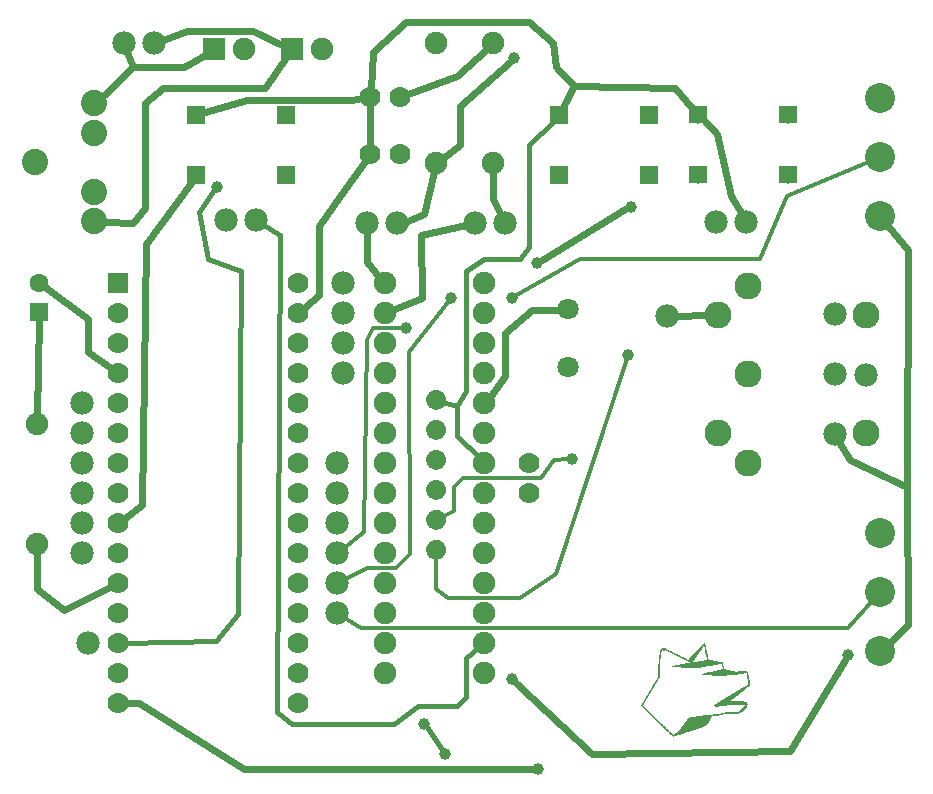
<source format=gbl>
G04 MADE WITH FRITZING*
G04 WWW.FRITZING.ORG*
G04 DOUBLE SIDED*
G04 HOLES PLATED*
G04 CONTOUR ON CENTER OF CONTOUR VECTOR*
%ASAXBY*%
%FSLAX23Y23*%
%MOIN*%
%OFA0B0*%
%SFA1.0B1.0*%
%ADD10C,0.039370*%
%ADD11C,0.100000*%
%ADD12C,0.065972*%
%ADD13C,0.075000*%
%ADD14C,0.078000*%
%ADD15C,0.070000*%
%ADD16C,0.062992*%
%ADD17C,0.090000*%
%ADD18C,0.059370*%
%ADD19C,0.087695*%
%ADD20C,0.087722*%
%ADD21C,0.070925*%
%ADD22C,0.070866*%
%ADD23R,0.062992X0.062992*%
%ADD24R,0.075000X0.075000*%
%ADD25R,0.069972X0.070000*%
%ADD26C,0.024000*%
%ADD27C,0.016000*%
%ADD28C,0.012000*%
%ADD29R,0.001000X0.001000*%
%LNCOPPER0*%
G90*
G70*
G54D10*
X752Y2003D03*
X1384Y1533D03*
X2856Y443D03*
X1534Y1632D03*
X1736Y1632D03*
X1825Y62D03*
X1736Y363D03*
G54D11*
X2964Y1905D03*
X2964Y2102D03*
X2964Y2299D03*
X2964Y455D03*
X2964Y652D03*
X2964Y849D03*
G54D10*
X1936Y1095D03*
G54D12*
X1484Y792D03*
X1484Y892D03*
X1484Y992D03*
X1484Y1092D03*
X1484Y1192D03*
X1484Y1292D03*
X1484Y792D03*
X1484Y892D03*
X1484Y992D03*
X1484Y1092D03*
X1484Y1192D03*
X1484Y1292D03*
G54D13*
X1644Y382D03*
X1644Y482D03*
X1644Y582D03*
X1644Y682D03*
X1644Y782D03*
X1644Y882D03*
X1644Y982D03*
X1644Y1082D03*
X1644Y1182D03*
X1644Y1282D03*
X1644Y1382D03*
X1644Y1482D03*
X1644Y1582D03*
X1312Y1682D03*
X1312Y1582D03*
X1312Y1482D03*
X1312Y1382D03*
X1312Y1282D03*
X1312Y1182D03*
X1312Y1082D03*
X1312Y982D03*
X1312Y882D03*
X1312Y782D03*
X1312Y682D03*
X1312Y582D03*
X1312Y482D03*
X1312Y382D03*
X1644Y1682D03*
G54D10*
X2124Y1442D03*
X1514Y112D03*
X1444Y212D03*
X1744Y2432D03*
G54D14*
X1714Y1882D03*
X1614Y1882D03*
X1354Y1882D03*
X1254Y1882D03*
X884Y1892D03*
X784Y1892D03*
X1154Y1082D03*
X1154Y982D03*
X1154Y882D03*
X1154Y782D03*
X1154Y682D03*
X1154Y582D03*
X304Y1282D03*
X304Y1182D03*
X304Y1082D03*
X304Y982D03*
X304Y882D03*
X304Y782D03*
X1174Y1682D03*
X1174Y1582D03*
X1174Y1482D03*
X1174Y1382D03*
G54D15*
X1794Y1082D03*
X1794Y982D03*
G54D16*
X159Y1586D03*
X159Y1684D03*
G54D13*
X154Y1212D03*
X154Y812D03*
G54D14*
X2254Y1572D03*
X324Y482D03*
X444Y2482D03*
X544Y2482D03*
X2917Y1377D03*
X2917Y1377D03*
X2813Y1178D03*
X2813Y1378D03*
X2813Y1578D03*
X2813Y1178D03*
X2813Y1378D03*
X2813Y1578D03*
X2518Y1885D03*
X2418Y1885D03*
G54D15*
X1264Y2112D03*
X1364Y2112D03*
G54D17*
X2524Y1379D03*
X2524Y1673D03*
X2524Y1082D03*
X2425Y1182D03*
X2425Y1576D03*
X2917Y1182D03*
X2917Y1576D03*
G54D15*
X1264Y2302D03*
X1364Y2302D03*
G54D18*
X1894Y2242D03*
X2194Y2242D03*
X1894Y2042D03*
X2194Y2042D03*
X2358Y2243D03*
X2658Y2243D03*
X2358Y2043D03*
X2658Y2043D03*
X684Y2242D03*
X984Y2242D03*
X684Y2042D03*
X984Y2042D03*
G54D19*
X148Y2085D03*
G54D20*
X344Y2282D03*
X344Y2184D03*
G54D19*
X344Y1987D03*
G54D20*
X344Y1888D03*
G54D13*
X1484Y2482D03*
X1484Y2082D03*
X1674Y2482D03*
X1674Y2082D03*
X1004Y2462D03*
X1104Y2462D03*
X744Y2462D03*
X844Y2462D03*
G54D15*
X424Y1682D03*
X424Y1582D03*
X424Y1482D03*
X424Y1382D03*
X424Y1282D03*
X424Y1182D03*
X424Y1082D03*
X424Y982D03*
X424Y882D03*
X424Y782D03*
X424Y682D03*
X424Y582D03*
X424Y482D03*
X424Y382D03*
X424Y282D03*
X1024Y1682D03*
X1024Y1582D03*
X1024Y1482D03*
X1024Y1382D03*
X1024Y1282D03*
X1024Y1182D03*
X1024Y1082D03*
X1024Y982D03*
X1024Y882D03*
X1024Y782D03*
X1024Y682D03*
X1024Y582D03*
X1024Y482D03*
X1024Y382D03*
X1024Y282D03*
G54D21*
X1924Y1595D03*
G54D22*
X1924Y1402D03*
G54D10*
X1821Y1750D03*
X2132Y1937D03*
G54D23*
X159Y1586D03*
G54D24*
X1004Y2462D03*
X744Y2462D03*
G54D25*
X424Y1682D03*
G54D26*
X1942Y2338D02*
X1908Y2270D01*
G54D27*
D02*
X694Y1918D02*
X722Y1763D01*
D02*
X722Y1763D02*
X834Y1722D01*
D02*
X745Y1992D02*
X694Y1918D01*
D02*
X751Y488D02*
X448Y482D01*
D02*
X823Y578D02*
X751Y488D01*
D02*
X834Y1722D02*
X823Y578D01*
G54D28*
D02*
X1274Y1531D02*
X1371Y1533D01*
D02*
X1255Y1492D02*
X1274Y1531D01*
D02*
X1244Y852D02*
X1255Y1492D01*
D02*
X1174Y797D02*
X1244Y852D01*
G54D26*
D02*
X2864Y1092D02*
X2828Y1152D01*
D02*
X3055Y1002D02*
X2864Y1092D01*
G54D28*
D02*
X2856Y534D02*
X1795Y532D01*
D02*
X1795Y532D02*
X1234Y532D01*
D02*
X1234Y532D02*
X1175Y569D01*
D02*
X2941Y626D02*
X2856Y534D01*
D02*
X1394Y1451D02*
X1526Y1621D01*
D02*
X1351Y734D02*
X1396Y780D01*
D02*
X1396Y780D02*
X1394Y1451D01*
D02*
X1254Y732D02*
X1351Y734D01*
D02*
X1176Y693D02*
X1254Y732D01*
D02*
X1965Y1763D02*
X2563Y1762D01*
D02*
X2563Y1762D02*
X2653Y1972D01*
D02*
X1747Y1639D02*
X1965Y1763D01*
D02*
X2653Y1972D02*
X2932Y2089D01*
G54D26*
D02*
X2665Y122D02*
X2846Y426D01*
D02*
X2005Y113D02*
X2665Y122D01*
D02*
X1750Y350D02*
X2005Y113D01*
D02*
X3055Y1002D02*
X3056Y1793D01*
D02*
X3056Y543D02*
X3055Y1002D01*
D02*
X3056Y1793D02*
X2990Y1874D01*
D02*
X2994Y483D02*
X3056Y543D01*
G54D27*
D02*
X955Y251D02*
X964Y1842D01*
D02*
X1005Y212D02*
X955Y251D01*
D02*
X964Y1842D02*
X905Y1879D01*
D02*
X1345Y212D02*
X1005Y212D01*
D02*
X1424Y272D02*
X1345Y212D01*
D02*
X1554Y272D02*
X1424Y272D01*
D02*
X1584Y302D02*
X1554Y272D01*
D02*
X1584Y432D02*
X1584Y302D01*
D02*
X1627Y468D02*
X1584Y432D01*
D02*
X1554Y1272D02*
X1505Y1286D01*
G54D28*
D02*
X1525Y631D02*
X1485Y661D01*
D02*
X1885Y712D02*
X1764Y631D01*
D02*
X1764Y631D02*
X1525Y631D01*
D02*
X1485Y661D02*
X1485Y771D01*
D02*
X1835Y1033D02*
X1575Y1031D01*
D02*
X1545Y1002D02*
X1544Y922D01*
D02*
X1544Y922D02*
X1503Y902D01*
D02*
X1575Y1031D02*
X1545Y1002D01*
D02*
X1877Y1094D02*
X1835Y1033D01*
D02*
X1923Y1095D02*
X1877Y1094D01*
G54D26*
D02*
X654Y2522D02*
X573Y2492D01*
D02*
X874Y2522D02*
X654Y2522D01*
D02*
X978Y2474D02*
X874Y2522D01*
D02*
X475Y2402D02*
X455Y2454D01*
D02*
X372Y2307D02*
X475Y2402D01*
G54D27*
D02*
X1555Y1173D02*
X1629Y1098D01*
D02*
X1554Y1272D02*
X1555Y1173D01*
D02*
X1584Y1322D02*
X1554Y1272D01*
D02*
X1585Y1721D02*
X1584Y1322D01*
D02*
X1765Y1762D02*
X1645Y1762D01*
D02*
X1645Y1762D02*
X1585Y1721D01*
D02*
X1794Y1802D02*
X1765Y1762D01*
D02*
X1794Y2142D02*
X1794Y1802D01*
D02*
X1877Y2224D02*
X1794Y2142D01*
G54D26*
D02*
X644Y2402D02*
X720Y2447D01*
D02*
X475Y2402D02*
X644Y2402D01*
D02*
X1338Y1593D02*
X1436Y1633D01*
D02*
X1434Y1841D02*
X1585Y1875D01*
D02*
X1436Y1633D02*
X1434Y1841D01*
D02*
X1674Y1962D02*
X1674Y2053D01*
D02*
X1701Y1909D02*
X1674Y1962D01*
D02*
X1715Y1372D02*
X1662Y1304D01*
D02*
X1715Y1516D02*
X1715Y1372D01*
D02*
X1804Y1591D02*
X1715Y1516D01*
D02*
X1898Y1594D02*
X1804Y1591D01*
G54D28*
D02*
X2120Y1429D02*
X1885Y712D01*
G54D26*
D02*
X1264Y2276D02*
X1264Y2138D01*
D02*
X1047Y1601D02*
X1094Y1642D01*
D02*
X1164Y1973D02*
X1249Y2091D01*
D02*
X1095Y1872D02*
X1164Y1973D01*
D02*
X1094Y1642D02*
X1095Y1872D01*
D02*
X714Y2251D02*
X854Y2292D01*
D02*
X1205Y2292D02*
X1238Y2298D01*
D02*
X854Y2292D02*
X1205Y2292D01*
D02*
X1875Y2482D02*
X1795Y2552D01*
D02*
X1884Y2402D02*
X1875Y2482D01*
D02*
X1795Y2552D02*
X1596Y2552D01*
X1596Y2552D02*
X1384Y2553D01*
D02*
X1384Y2553D02*
X1275Y2453D01*
D02*
X1275Y2453D02*
X1266Y2328D01*
D02*
X1942Y2338D02*
X1884Y2402D01*
D02*
X2337Y2266D02*
X2280Y2332D01*
D02*
X2467Y1972D02*
X2420Y2179D01*
D02*
X2503Y1911D02*
X2467Y1972D01*
D02*
X244Y592D02*
X398Y669D01*
D02*
X155Y663D02*
X244Y592D01*
D02*
X154Y783D02*
X155Y663D01*
D02*
X666Y2017D02*
X516Y1811D01*
D02*
X505Y941D02*
X448Y899D01*
D02*
X516Y1811D02*
X505Y941D01*
G54D27*
D02*
X1507Y123D02*
X1452Y201D01*
G54D26*
D02*
X1255Y1752D02*
X1294Y1704D01*
D02*
X1255Y1852D02*
X1255Y1752D01*
D02*
X1375Y1883D02*
X1385Y1883D01*
D02*
X1445Y1912D02*
X1375Y1883D01*
D02*
X1478Y2054D02*
X1445Y1912D01*
D02*
X1564Y2143D02*
X1507Y2099D01*
D02*
X1565Y2272D02*
X1564Y2143D01*
D02*
X1730Y2419D02*
X1565Y2272D01*
D02*
X494Y282D02*
X845Y63D01*
D02*
X454Y282D02*
X494Y282D01*
D02*
X2386Y1575D02*
X2285Y1573D01*
D02*
X845Y63D02*
X1806Y62D01*
D02*
X324Y1561D02*
X324Y1451D01*
D02*
X324Y1451D02*
X400Y1399D01*
D02*
X181Y1668D02*
X324Y1561D01*
D02*
X155Y1241D02*
X159Y1559D01*
D02*
X475Y1882D02*
X382Y1887D01*
D02*
X514Y1932D02*
X475Y1882D01*
D02*
X515Y2283D02*
X514Y1932D01*
D02*
X574Y2332D02*
X515Y2283D01*
D02*
X914Y2332D02*
X574Y2332D01*
D02*
X988Y2439D02*
X914Y2332D01*
D02*
X1389Y2311D02*
X1555Y2372D01*
D02*
X1555Y2372D02*
X1653Y2463D01*
D02*
X2115Y1928D02*
X1838Y1760D01*
D02*
X2280Y2332D02*
X1942Y2338D01*
D02*
X2420Y2179D02*
X2379Y2221D01*
G54D29*
X2328Y2273D02*
X2386Y2273D01*
X2628Y2273D02*
X2686Y2273D01*
X655Y2272D02*
X713Y2272D01*
X955Y2272D02*
X1013Y2272D01*
X1864Y2272D02*
X1923Y2272D01*
X2164Y2272D02*
X2223Y2272D01*
X2328Y2272D02*
X2386Y2272D01*
X2627Y2272D02*
X2686Y2272D01*
X655Y2271D02*
X713Y2271D01*
X955Y2271D02*
X1013Y2271D01*
X1864Y2271D02*
X1923Y2271D01*
X2164Y2271D02*
X2223Y2271D01*
X2328Y2271D02*
X2386Y2271D01*
X2627Y2271D02*
X2686Y2271D01*
X655Y2270D02*
X713Y2270D01*
X955Y2270D02*
X1013Y2270D01*
X1864Y2270D02*
X1923Y2270D01*
X2164Y2270D02*
X2223Y2270D01*
X2328Y2270D02*
X2386Y2270D01*
X2627Y2270D02*
X2686Y2270D01*
X655Y2269D02*
X713Y2269D01*
X955Y2269D02*
X1013Y2269D01*
X1864Y2269D02*
X1923Y2269D01*
X2164Y2269D02*
X2223Y2269D01*
X2328Y2269D02*
X2386Y2269D01*
X2627Y2269D02*
X2686Y2269D01*
X655Y2268D02*
X713Y2268D01*
X955Y2268D02*
X1013Y2268D01*
X1864Y2268D02*
X1923Y2268D01*
X2164Y2268D02*
X2223Y2268D01*
X2328Y2268D02*
X2386Y2268D01*
X2627Y2268D02*
X2686Y2268D01*
X655Y2267D02*
X713Y2267D01*
X955Y2267D02*
X1013Y2267D01*
X1864Y2267D02*
X1923Y2267D01*
X2164Y2267D02*
X2223Y2267D01*
X2328Y2267D02*
X2386Y2267D01*
X2627Y2267D02*
X2686Y2267D01*
X655Y2266D02*
X713Y2266D01*
X955Y2266D02*
X1013Y2266D01*
X1864Y2266D02*
X1923Y2266D01*
X2164Y2266D02*
X2223Y2266D01*
X2328Y2266D02*
X2386Y2266D01*
X2627Y2266D02*
X2686Y2266D01*
X655Y2265D02*
X713Y2265D01*
X955Y2265D02*
X1013Y2265D01*
X1864Y2265D02*
X1923Y2265D01*
X2164Y2265D02*
X2223Y2265D01*
X2328Y2265D02*
X2386Y2265D01*
X2627Y2265D02*
X2686Y2265D01*
X655Y2264D02*
X713Y2264D01*
X955Y2264D02*
X1013Y2264D01*
X1864Y2264D02*
X1923Y2264D01*
X2164Y2264D02*
X2223Y2264D01*
X2328Y2264D02*
X2386Y2264D01*
X2627Y2264D02*
X2686Y2264D01*
X655Y2263D02*
X713Y2263D01*
X955Y2263D02*
X1013Y2263D01*
X1864Y2263D02*
X1923Y2263D01*
X2164Y2263D02*
X2223Y2263D01*
X2328Y2263D02*
X2352Y2263D01*
X2361Y2263D02*
X2386Y2263D01*
X2627Y2263D02*
X2652Y2263D01*
X2661Y2263D02*
X2686Y2263D01*
X655Y2262D02*
X679Y2262D01*
X689Y2262D02*
X713Y2262D01*
X955Y2262D02*
X979Y2262D01*
X989Y2262D02*
X1013Y2262D01*
X1864Y2262D02*
X1889Y2262D01*
X1898Y2262D02*
X1923Y2262D01*
X2164Y2262D02*
X2189Y2262D01*
X2198Y2262D02*
X2223Y2262D01*
X2328Y2262D02*
X2349Y2262D01*
X2364Y2262D02*
X2386Y2262D01*
X2627Y2262D02*
X2649Y2262D01*
X2664Y2262D02*
X2686Y2262D01*
X655Y2261D02*
X676Y2261D01*
X692Y2261D02*
X713Y2261D01*
X955Y2261D02*
X976Y2261D01*
X992Y2261D02*
X1013Y2261D01*
X1864Y2261D02*
X1886Y2261D01*
X1902Y2261D02*
X1923Y2261D01*
X2164Y2261D02*
X2186Y2261D01*
X2201Y2261D02*
X2223Y2261D01*
X2328Y2261D02*
X2347Y2261D01*
X2367Y2261D02*
X2386Y2261D01*
X2627Y2261D02*
X2647Y2261D01*
X2666Y2261D02*
X2686Y2261D01*
X655Y2260D02*
X674Y2260D01*
X694Y2260D02*
X713Y2260D01*
X955Y2260D02*
X974Y2260D01*
X994Y2260D02*
X1013Y2260D01*
X1864Y2260D02*
X1884Y2260D01*
X1903Y2260D02*
X1923Y2260D01*
X2164Y2260D02*
X2184Y2260D01*
X2203Y2260D02*
X2223Y2260D01*
X2328Y2260D02*
X2345Y2260D01*
X2368Y2260D02*
X2386Y2260D01*
X2627Y2260D02*
X2645Y2260D01*
X2668Y2260D02*
X2686Y2260D01*
X655Y2259D02*
X672Y2259D01*
X695Y2259D02*
X713Y2259D01*
X955Y2259D02*
X972Y2259D01*
X995Y2259D02*
X1013Y2259D01*
X1864Y2259D02*
X1882Y2259D01*
X1905Y2259D02*
X1923Y2259D01*
X2164Y2259D02*
X2182Y2259D01*
X2205Y2259D02*
X2223Y2259D01*
X2328Y2259D02*
X2344Y2259D01*
X2370Y2259D02*
X2386Y2259D01*
X2627Y2259D02*
X2644Y2259D01*
X2669Y2259D02*
X2686Y2259D01*
X655Y2258D02*
X671Y2258D01*
X697Y2258D02*
X713Y2258D01*
X955Y2258D02*
X971Y2258D01*
X997Y2258D02*
X1013Y2258D01*
X1864Y2258D02*
X1881Y2258D01*
X1906Y2258D02*
X1923Y2258D01*
X2164Y2258D02*
X2181Y2258D01*
X2206Y2258D02*
X2223Y2258D01*
X2328Y2258D02*
X2343Y2258D01*
X2371Y2258D02*
X2386Y2258D01*
X2627Y2258D02*
X2643Y2258D01*
X2671Y2258D02*
X2686Y2258D01*
X655Y2257D02*
X670Y2257D01*
X698Y2257D02*
X713Y2257D01*
X955Y2257D02*
X970Y2257D01*
X998Y2257D02*
X1013Y2257D01*
X1864Y2257D02*
X1879Y2257D01*
X1908Y2257D02*
X1923Y2257D01*
X2164Y2257D02*
X2179Y2257D01*
X2208Y2257D02*
X2223Y2257D01*
X2328Y2257D02*
X2342Y2257D01*
X2372Y2257D02*
X2386Y2257D01*
X2627Y2257D02*
X2642Y2257D01*
X2672Y2257D02*
X2686Y2257D01*
X655Y2256D02*
X669Y2256D01*
X699Y2256D02*
X713Y2256D01*
X955Y2256D02*
X969Y2256D01*
X999Y2256D02*
X1013Y2256D01*
X1864Y2256D02*
X1879Y2256D01*
X1909Y2256D02*
X1923Y2256D01*
X2164Y2256D02*
X2178Y2256D01*
X2209Y2256D02*
X2223Y2256D01*
X2328Y2256D02*
X2341Y2256D01*
X2373Y2256D02*
X2386Y2256D01*
X2627Y2256D02*
X2641Y2256D01*
X2672Y2256D02*
X2686Y2256D01*
X655Y2255D02*
X668Y2255D01*
X700Y2255D02*
X713Y2255D01*
X955Y2255D02*
X968Y2255D01*
X1000Y2255D02*
X1013Y2255D01*
X1864Y2255D02*
X1878Y2255D01*
X1909Y2255D02*
X1923Y2255D01*
X2164Y2255D02*
X2178Y2255D01*
X2209Y2255D02*
X2223Y2255D01*
X2328Y2255D02*
X2340Y2255D01*
X2373Y2255D02*
X2386Y2255D01*
X2627Y2255D02*
X2640Y2255D01*
X2673Y2255D02*
X2686Y2255D01*
X655Y2254D02*
X667Y2254D01*
X700Y2254D02*
X713Y2254D01*
X955Y2254D02*
X967Y2254D01*
X1000Y2254D02*
X1013Y2254D01*
X1864Y2254D02*
X1877Y2254D01*
X1910Y2254D02*
X1923Y2254D01*
X2164Y2254D02*
X2177Y2254D01*
X2210Y2254D02*
X2223Y2254D01*
X2328Y2254D02*
X2340Y2254D01*
X2374Y2254D02*
X2386Y2254D01*
X2627Y2254D02*
X2639Y2254D01*
X2674Y2254D02*
X2686Y2254D01*
X655Y2253D02*
X667Y2253D01*
X701Y2253D02*
X713Y2253D01*
X955Y2253D02*
X966Y2253D01*
X1001Y2253D02*
X1013Y2253D01*
X1864Y2253D02*
X1876Y2253D01*
X1911Y2253D02*
X1923Y2253D01*
X2164Y2253D02*
X2176Y2253D01*
X2211Y2253D02*
X2223Y2253D01*
X2328Y2253D02*
X2339Y2253D01*
X2375Y2253D02*
X2386Y2253D01*
X2627Y2253D02*
X2639Y2253D01*
X2674Y2253D02*
X2686Y2253D01*
X655Y2252D02*
X666Y2252D01*
X702Y2252D02*
X713Y2252D01*
X955Y2252D02*
X966Y2252D01*
X1002Y2252D02*
X1013Y2252D01*
X1864Y2252D02*
X1876Y2252D01*
X1911Y2252D02*
X1923Y2252D01*
X2164Y2252D02*
X2176Y2252D01*
X2211Y2252D02*
X2223Y2252D01*
X2328Y2252D02*
X2338Y2252D01*
X2375Y2252D02*
X2386Y2252D01*
X2627Y2252D02*
X2638Y2252D01*
X2675Y2252D02*
X2686Y2252D01*
X655Y2251D02*
X665Y2251D01*
X702Y2251D02*
X713Y2251D01*
X955Y2251D02*
X965Y2251D01*
X1002Y2251D02*
X1013Y2251D01*
X1864Y2251D02*
X1875Y2251D01*
X1912Y2251D02*
X1923Y2251D01*
X2164Y2251D02*
X2175Y2251D01*
X2212Y2251D02*
X2223Y2251D01*
X2328Y2251D02*
X2338Y2251D01*
X2375Y2251D02*
X2386Y2251D01*
X2627Y2251D02*
X2638Y2251D01*
X2675Y2251D02*
X2686Y2251D01*
X655Y2250D02*
X665Y2250D01*
X703Y2250D02*
X713Y2250D01*
X955Y2250D02*
X965Y2250D01*
X1003Y2250D02*
X1013Y2250D01*
X1864Y2250D02*
X1875Y2250D01*
X1912Y2250D02*
X1923Y2250D01*
X2164Y2250D02*
X2175Y2250D01*
X2212Y2250D02*
X2223Y2250D01*
X2328Y2250D02*
X2338Y2250D01*
X2376Y2250D02*
X2386Y2250D01*
X2627Y2250D02*
X2638Y2250D01*
X2676Y2250D02*
X2686Y2250D01*
X655Y2249D02*
X665Y2249D01*
X703Y2249D02*
X713Y2249D01*
X955Y2249D02*
X965Y2249D01*
X1003Y2249D02*
X1013Y2249D01*
X1864Y2249D02*
X1874Y2249D01*
X1913Y2249D02*
X1923Y2249D01*
X2164Y2249D02*
X2174Y2249D01*
X2213Y2249D02*
X2223Y2249D01*
X2328Y2249D02*
X2337Y2249D01*
X2376Y2249D02*
X2386Y2249D01*
X2627Y2249D02*
X2637Y2249D01*
X2676Y2249D02*
X2686Y2249D01*
X655Y2248D02*
X664Y2248D01*
X703Y2248D02*
X713Y2248D01*
X955Y2248D02*
X964Y2248D01*
X1003Y2248D02*
X1013Y2248D01*
X1864Y2248D02*
X1874Y2248D01*
X1913Y2248D02*
X1923Y2248D01*
X2164Y2248D02*
X2174Y2248D01*
X2213Y2248D02*
X2223Y2248D01*
X2328Y2248D02*
X2337Y2248D01*
X2376Y2248D02*
X2386Y2248D01*
X2627Y2248D02*
X2637Y2248D01*
X2676Y2248D02*
X2686Y2248D01*
X655Y2247D02*
X664Y2247D01*
X703Y2247D02*
X713Y2247D01*
X955Y2247D02*
X964Y2247D01*
X1003Y2247D02*
X1013Y2247D01*
X1864Y2247D02*
X1874Y2247D01*
X1913Y2247D02*
X1923Y2247D01*
X2164Y2247D02*
X2174Y2247D01*
X2213Y2247D02*
X2223Y2247D01*
X2328Y2247D02*
X2337Y2247D01*
X2377Y2247D02*
X2386Y2247D01*
X2627Y2247D02*
X2637Y2247D01*
X2677Y2247D02*
X2686Y2247D01*
X655Y2246D02*
X664Y2246D01*
X704Y2246D02*
X713Y2246D01*
X955Y2246D02*
X964Y2246D01*
X1004Y2246D02*
X1013Y2246D01*
X1864Y2246D02*
X1874Y2246D01*
X1913Y2246D02*
X1923Y2246D01*
X2164Y2246D02*
X2174Y2246D01*
X2213Y2246D02*
X2223Y2246D01*
X2328Y2246D02*
X2337Y2246D01*
X2377Y2246D02*
X2386Y2246D01*
X2627Y2246D02*
X2637Y2246D01*
X2677Y2246D02*
X2686Y2246D01*
X655Y2245D02*
X664Y2245D01*
X704Y2245D02*
X713Y2245D01*
X955Y2245D02*
X964Y2245D01*
X1004Y2245D02*
X1013Y2245D01*
X1864Y2245D02*
X1874Y2245D01*
X1913Y2245D02*
X1923Y2245D01*
X2164Y2245D02*
X2174Y2245D01*
X2213Y2245D02*
X2223Y2245D01*
X2328Y2245D02*
X2337Y2245D01*
X2377Y2245D02*
X2386Y2245D01*
X2627Y2245D02*
X2637Y2245D01*
X2677Y2245D02*
X2686Y2245D01*
X655Y2244D02*
X664Y2244D01*
X704Y2244D02*
X713Y2244D01*
X955Y2244D02*
X964Y2244D01*
X1004Y2244D02*
X1013Y2244D01*
X1864Y2244D02*
X1873Y2244D01*
X1914Y2244D02*
X1923Y2244D01*
X2164Y2244D02*
X2173Y2244D01*
X2214Y2244D02*
X2223Y2244D01*
X2328Y2244D02*
X2337Y2244D01*
X2377Y2244D02*
X2386Y2244D01*
X2627Y2244D02*
X2637Y2244D01*
X2677Y2244D02*
X2686Y2244D01*
X655Y2243D02*
X664Y2243D01*
X704Y2243D02*
X713Y2243D01*
X955Y2243D02*
X964Y2243D01*
X1004Y2243D02*
X1013Y2243D01*
X1864Y2243D02*
X1873Y2243D01*
X1914Y2243D02*
X1923Y2243D01*
X2164Y2243D02*
X2173Y2243D01*
X2214Y2243D02*
X2223Y2243D01*
X2328Y2243D02*
X2337Y2243D01*
X2377Y2243D02*
X2386Y2243D01*
X2627Y2243D02*
X2637Y2243D01*
X2677Y2243D02*
X2686Y2243D01*
X655Y2242D02*
X664Y2242D01*
X704Y2242D02*
X713Y2242D01*
X955Y2242D02*
X964Y2242D01*
X1004Y2242D02*
X1013Y2242D01*
X1864Y2242D02*
X1873Y2242D01*
X1914Y2242D02*
X1923Y2242D01*
X2164Y2242D02*
X2173Y2242D01*
X2214Y2242D02*
X2223Y2242D01*
X2328Y2242D02*
X2337Y2242D01*
X2377Y2242D02*
X2386Y2242D01*
X2627Y2242D02*
X2637Y2242D01*
X2677Y2242D02*
X2686Y2242D01*
X655Y2241D02*
X664Y2241D01*
X704Y2241D02*
X713Y2241D01*
X955Y2241D02*
X964Y2241D01*
X1004Y2241D02*
X1013Y2241D01*
X1864Y2241D02*
X1874Y2241D01*
X1914Y2241D02*
X1923Y2241D01*
X2164Y2241D02*
X2173Y2241D01*
X2213Y2241D02*
X2223Y2241D01*
X2328Y2241D02*
X2337Y2241D01*
X2377Y2241D02*
X2386Y2241D01*
X2627Y2241D02*
X2637Y2241D01*
X2677Y2241D02*
X2686Y2241D01*
X655Y2240D02*
X664Y2240D01*
X704Y2240D02*
X713Y2240D01*
X955Y2240D02*
X964Y2240D01*
X1004Y2240D02*
X1013Y2240D01*
X1864Y2240D02*
X1874Y2240D01*
X1913Y2240D02*
X1923Y2240D01*
X2164Y2240D02*
X2174Y2240D01*
X2213Y2240D02*
X2223Y2240D01*
X2328Y2240D02*
X2337Y2240D01*
X2377Y2240D02*
X2386Y2240D01*
X2627Y2240D02*
X2637Y2240D01*
X2676Y2240D02*
X2686Y2240D01*
X655Y2239D02*
X664Y2239D01*
X704Y2239D02*
X713Y2239D01*
X955Y2239D02*
X964Y2239D01*
X1003Y2239D02*
X1013Y2239D01*
X1864Y2239D02*
X1874Y2239D01*
X1913Y2239D02*
X1923Y2239D01*
X2164Y2239D02*
X2174Y2239D01*
X2213Y2239D02*
X2223Y2239D01*
X2328Y2239D02*
X2337Y2239D01*
X2376Y2239D02*
X2386Y2239D01*
X2627Y2239D02*
X2637Y2239D01*
X2676Y2239D02*
X2686Y2239D01*
X655Y2238D02*
X664Y2238D01*
X703Y2238D02*
X713Y2238D01*
X955Y2238D02*
X964Y2238D01*
X1003Y2238D02*
X1013Y2238D01*
X1864Y2238D02*
X1874Y2238D01*
X1913Y2238D02*
X1923Y2238D01*
X2164Y2238D02*
X2174Y2238D01*
X2213Y2238D02*
X2223Y2238D01*
X2328Y2238D02*
X2338Y2238D01*
X2376Y2238D02*
X2386Y2238D01*
X2627Y2238D02*
X2637Y2238D01*
X2676Y2238D02*
X2686Y2238D01*
X655Y2237D02*
X665Y2237D01*
X703Y2237D02*
X713Y2237D01*
X955Y2237D02*
X965Y2237D01*
X1003Y2237D02*
X1013Y2237D01*
X1864Y2237D02*
X1874Y2237D01*
X1913Y2237D02*
X1923Y2237D01*
X2164Y2237D02*
X2174Y2237D01*
X2213Y2237D02*
X2223Y2237D01*
X2328Y2237D02*
X2338Y2237D01*
X2376Y2237D02*
X2386Y2237D01*
X2627Y2237D02*
X2638Y2237D01*
X2676Y2237D02*
X2686Y2237D01*
X655Y2236D02*
X665Y2236D01*
X703Y2236D02*
X713Y2236D01*
X955Y2236D02*
X965Y2236D01*
X1003Y2236D02*
X1013Y2236D01*
X1864Y2236D02*
X1875Y2236D01*
X1912Y2236D02*
X1923Y2236D01*
X2164Y2236D02*
X2175Y2236D01*
X2212Y2236D02*
X2223Y2236D01*
X2328Y2236D02*
X2338Y2236D01*
X2375Y2236D02*
X2386Y2236D01*
X2627Y2236D02*
X2638Y2236D01*
X2675Y2236D02*
X2686Y2236D01*
X655Y2235D02*
X665Y2235D01*
X702Y2235D02*
X713Y2235D01*
X955Y2235D02*
X965Y2235D01*
X1002Y2235D02*
X1013Y2235D01*
X1864Y2235D02*
X1875Y2235D01*
X1912Y2235D02*
X1923Y2235D01*
X2164Y2235D02*
X2175Y2235D01*
X2212Y2235D02*
X2223Y2235D01*
X2328Y2235D02*
X2339Y2235D01*
X2375Y2235D02*
X2386Y2235D01*
X2627Y2235D02*
X2639Y2235D01*
X2675Y2235D02*
X2686Y2235D01*
X655Y2234D02*
X666Y2234D01*
X702Y2234D02*
X713Y2234D01*
X955Y2234D02*
X966Y2234D01*
X1002Y2234D02*
X1013Y2234D01*
X1864Y2234D02*
X1876Y2234D01*
X1912Y2234D02*
X1923Y2234D01*
X2164Y2234D02*
X2175Y2234D01*
X2211Y2234D02*
X2223Y2234D01*
X2328Y2234D02*
X2339Y2234D01*
X2374Y2234D02*
X2386Y2234D01*
X2627Y2234D02*
X2639Y2234D01*
X2674Y2234D02*
X2686Y2234D01*
X655Y2233D02*
X666Y2233D01*
X701Y2233D02*
X713Y2233D01*
X955Y2233D02*
X966Y2233D01*
X1001Y2233D02*
X1013Y2233D01*
X1864Y2233D02*
X1876Y2233D01*
X1911Y2233D02*
X1923Y2233D01*
X2164Y2233D02*
X2176Y2233D01*
X2211Y2233D02*
X2223Y2233D01*
X2328Y2233D02*
X2340Y2233D01*
X2374Y2233D02*
X2386Y2233D01*
X2627Y2233D02*
X2640Y2233D01*
X2674Y2233D02*
X2686Y2233D01*
X655Y2232D02*
X667Y2232D01*
X701Y2232D02*
X713Y2232D01*
X955Y2232D02*
X967Y2232D01*
X1001Y2232D02*
X1013Y2232D01*
X1864Y2232D02*
X1877Y2232D01*
X1910Y2232D02*
X1923Y2232D01*
X2164Y2232D02*
X2177Y2232D01*
X2210Y2232D02*
X2223Y2232D01*
X2328Y2232D02*
X2341Y2232D01*
X2373Y2232D02*
X2386Y2232D01*
X2627Y2232D02*
X2640Y2232D01*
X2673Y2232D02*
X2686Y2232D01*
X655Y2231D02*
X668Y2231D01*
X700Y2231D02*
X713Y2231D01*
X955Y2231D02*
X968Y2231D01*
X1000Y2231D02*
X1013Y2231D01*
X1864Y2231D02*
X1877Y2231D01*
X1910Y2231D02*
X1923Y2231D01*
X2164Y2231D02*
X2177Y2231D01*
X2210Y2231D02*
X2223Y2231D01*
X2328Y2231D02*
X2341Y2231D01*
X2372Y2231D02*
X2386Y2231D01*
X2627Y2231D02*
X2641Y2231D01*
X2672Y2231D02*
X2686Y2231D01*
X655Y2230D02*
X668Y2230D01*
X699Y2230D02*
X713Y2230D01*
X955Y2230D02*
X968Y2230D01*
X999Y2230D02*
X1013Y2230D01*
X1864Y2230D02*
X1878Y2230D01*
X1909Y2230D02*
X1923Y2230D01*
X2164Y2230D02*
X2178Y2230D01*
X2209Y2230D02*
X2223Y2230D01*
X2328Y2230D02*
X2342Y2230D01*
X2371Y2230D02*
X2386Y2230D01*
X2627Y2230D02*
X2642Y2230D01*
X2671Y2230D02*
X2686Y2230D01*
X655Y2229D02*
X669Y2229D01*
X698Y2229D02*
X713Y2229D01*
X955Y2229D02*
X969Y2229D01*
X998Y2229D02*
X1013Y2229D01*
X1864Y2229D02*
X1879Y2229D01*
X1908Y2229D02*
X1923Y2229D01*
X2164Y2229D02*
X2179Y2229D01*
X2208Y2229D02*
X2223Y2229D01*
X2328Y2229D02*
X2343Y2229D01*
X2370Y2229D02*
X2386Y2229D01*
X2627Y2229D02*
X2643Y2229D01*
X2670Y2229D02*
X2686Y2229D01*
X655Y2228D02*
X670Y2228D01*
X697Y2228D02*
X713Y2228D01*
X955Y2228D02*
X970Y2228D01*
X997Y2228D02*
X1013Y2228D01*
X1864Y2228D02*
X1880Y2228D01*
X1907Y2228D02*
X1923Y2228D01*
X2164Y2228D02*
X2180Y2228D01*
X2207Y2228D02*
X2223Y2228D01*
X2328Y2228D02*
X2345Y2228D01*
X2369Y2228D02*
X2386Y2228D01*
X2627Y2228D02*
X2645Y2228D01*
X2669Y2228D02*
X2686Y2228D01*
X655Y2227D02*
X672Y2227D01*
X696Y2227D02*
X713Y2227D01*
X955Y2227D02*
X972Y2227D01*
X996Y2227D02*
X1013Y2227D01*
X1864Y2227D02*
X1881Y2227D01*
X1906Y2227D02*
X1923Y2227D01*
X2164Y2227D02*
X2181Y2227D01*
X2206Y2227D02*
X2223Y2227D01*
X2328Y2227D02*
X2346Y2227D01*
X2367Y2227D02*
X2386Y2227D01*
X2627Y2227D02*
X2646Y2227D01*
X2667Y2227D02*
X2686Y2227D01*
X655Y2226D02*
X673Y2226D01*
X694Y2226D02*
X713Y2226D01*
X955Y2226D02*
X973Y2226D01*
X994Y2226D02*
X1013Y2226D01*
X1864Y2226D02*
X1883Y2226D01*
X1904Y2226D02*
X1923Y2226D01*
X2164Y2226D02*
X2183Y2226D01*
X2204Y2226D02*
X2223Y2226D01*
X2328Y2226D02*
X2348Y2226D01*
X2366Y2226D02*
X2386Y2226D01*
X2627Y2226D02*
X2648Y2226D01*
X2666Y2226D02*
X2686Y2226D01*
X655Y2225D02*
X675Y2225D01*
X693Y2225D02*
X713Y2225D01*
X955Y2225D02*
X975Y2225D01*
X992Y2225D02*
X1013Y2225D01*
X1864Y2225D02*
X1885Y2225D01*
X1902Y2225D02*
X1923Y2225D01*
X2164Y2225D02*
X2185Y2225D01*
X2202Y2225D02*
X2223Y2225D01*
X2328Y2225D02*
X2351Y2225D01*
X2363Y2225D02*
X2386Y2225D01*
X2627Y2225D02*
X2651Y2225D01*
X2663Y2225D02*
X2686Y2225D01*
X655Y2224D02*
X678Y2224D01*
X690Y2224D02*
X713Y2224D01*
X955Y2224D02*
X978Y2224D01*
X990Y2224D02*
X1013Y2224D01*
X1864Y2224D02*
X1888Y2224D01*
X1899Y2224D02*
X1923Y2224D01*
X2164Y2224D02*
X2188Y2224D01*
X2199Y2224D02*
X2223Y2224D01*
X2328Y2224D02*
X2386Y2224D01*
X2627Y2224D02*
X2686Y2224D01*
X655Y2223D02*
X713Y2223D01*
X955Y2223D02*
X1013Y2223D01*
X1864Y2223D02*
X1923Y2223D01*
X2164Y2223D02*
X2223Y2223D01*
X2328Y2223D02*
X2386Y2223D01*
X2627Y2223D02*
X2686Y2223D01*
X655Y2222D02*
X713Y2222D01*
X955Y2222D02*
X1013Y2222D01*
X1864Y2222D02*
X1923Y2222D01*
X2164Y2222D02*
X2223Y2222D01*
X2328Y2222D02*
X2386Y2222D01*
X2627Y2222D02*
X2686Y2222D01*
X655Y2221D02*
X713Y2221D01*
X955Y2221D02*
X1013Y2221D01*
X1864Y2221D02*
X1923Y2221D01*
X2164Y2221D02*
X2223Y2221D01*
X2328Y2221D02*
X2386Y2221D01*
X2627Y2221D02*
X2686Y2221D01*
X655Y2220D02*
X713Y2220D01*
X955Y2220D02*
X1013Y2220D01*
X1864Y2220D02*
X1923Y2220D01*
X2164Y2220D02*
X2223Y2220D01*
X2328Y2220D02*
X2386Y2220D01*
X2627Y2220D02*
X2686Y2220D01*
X655Y2219D02*
X713Y2219D01*
X955Y2219D02*
X1013Y2219D01*
X1864Y2219D02*
X1923Y2219D01*
X2164Y2219D02*
X2223Y2219D01*
X2328Y2219D02*
X2386Y2219D01*
X2627Y2219D02*
X2686Y2219D01*
X655Y2218D02*
X713Y2218D01*
X955Y2218D02*
X1013Y2218D01*
X1864Y2218D02*
X1923Y2218D01*
X2164Y2218D02*
X2223Y2218D01*
X2328Y2218D02*
X2386Y2218D01*
X2627Y2218D02*
X2686Y2218D01*
X655Y2217D02*
X713Y2217D01*
X955Y2217D02*
X1013Y2217D01*
X1864Y2217D02*
X1923Y2217D01*
X2164Y2217D02*
X2223Y2217D01*
X2328Y2217D02*
X2386Y2217D01*
X2627Y2217D02*
X2686Y2217D01*
X655Y2216D02*
X713Y2216D01*
X955Y2216D02*
X1013Y2216D01*
X1864Y2216D02*
X1923Y2216D01*
X2164Y2216D02*
X2223Y2216D01*
X2328Y2216D02*
X2386Y2216D01*
X2627Y2216D02*
X2686Y2216D01*
X655Y2215D02*
X713Y2215D01*
X955Y2215D02*
X1013Y2215D01*
X1864Y2215D02*
X1923Y2215D01*
X2164Y2215D02*
X2223Y2215D01*
X2328Y2215D02*
X2386Y2215D01*
X2627Y2215D02*
X2686Y2215D01*
X655Y2214D02*
X713Y2214D01*
X955Y2214D02*
X1013Y2214D01*
X1864Y2214D02*
X1923Y2214D01*
X2164Y2214D02*
X2223Y2214D01*
X2328Y2073D02*
X2386Y2073D01*
X2628Y2073D02*
X2686Y2073D01*
X655Y2072D02*
X713Y2072D01*
X955Y2072D02*
X1013Y2072D01*
X1864Y2072D02*
X1923Y2072D01*
X2164Y2072D02*
X2223Y2072D01*
X2328Y2072D02*
X2386Y2072D01*
X2627Y2072D02*
X2686Y2072D01*
X655Y2071D02*
X713Y2071D01*
X955Y2071D02*
X1013Y2071D01*
X1864Y2071D02*
X1923Y2071D01*
X2164Y2071D02*
X2223Y2071D01*
X2328Y2071D02*
X2386Y2071D01*
X2627Y2071D02*
X2686Y2071D01*
X655Y2070D02*
X713Y2070D01*
X955Y2070D02*
X1013Y2070D01*
X1864Y2070D02*
X1923Y2070D01*
X2164Y2070D02*
X2223Y2070D01*
X2328Y2070D02*
X2386Y2070D01*
X2627Y2070D02*
X2686Y2070D01*
X655Y2069D02*
X713Y2069D01*
X955Y2069D02*
X1013Y2069D01*
X1864Y2069D02*
X1923Y2069D01*
X2164Y2069D02*
X2223Y2069D01*
X2328Y2069D02*
X2386Y2069D01*
X2627Y2069D02*
X2686Y2069D01*
X655Y2068D02*
X713Y2068D01*
X955Y2068D02*
X1013Y2068D01*
X1864Y2068D02*
X1923Y2068D01*
X2164Y2068D02*
X2223Y2068D01*
X2328Y2068D02*
X2386Y2068D01*
X2627Y2068D02*
X2686Y2068D01*
X655Y2067D02*
X713Y2067D01*
X955Y2067D02*
X1013Y2067D01*
X1864Y2067D02*
X1923Y2067D01*
X2164Y2067D02*
X2223Y2067D01*
X2328Y2067D02*
X2386Y2067D01*
X2627Y2067D02*
X2686Y2067D01*
X655Y2066D02*
X713Y2066D01*
X955Y2066D02*
X1013Y2066D01*
X1864Y2066D02*
X1923Y2066D01*
X2164Y2066D02*
X2223Y2066D01*
X2328Y2066D02*
X2386Y2066D01*
X2627Y2066D02*
X2686Y2066D01*
X655Y2065D02*
X713Y2065D01*
X955Y2065D02*
X1013Y2065D01*
X1864Y2065D02*
X1923Y2065D01*
X2164Y2065D02*
X2223Y2065D01*
X2328Y2065D02*
X2386Y2065D01*
X2627Y2065D02*
X2686Y2065D01*
X655Y2064D02*
X713Y2064D01*
X955Y2064D02*
X1013Y2064D01*
X1864Y2064D02*
X1923Y2064D01*
X2164Y2064D02*
X2223Y2064D01*
X2328Y2064D02*
X2386Y2064D01*
X2627Y2064D02*
X2686Y2064D01*
X655Y2063D02*
X713Y2063D01*
X955Y2063D02*
X1013Y2063D01*
X1864Y2063D02*
X1923Y2063D01*
X2164Y2063D02*
X2223Y2063D01*
X2328Y2063D02*
X2352Y2063D01*
X2361Y2063D02*
X2386Y2063D01*
X2627Y2063D02*
X2652Y2063D01*
X2661Y2063D02*
X2686Y2063D01*
X655Y2062D02*
X679Y2062D01*
X689Y2062D02*
X713Y2062D01*
X955Y2062D02*
X979Y2062D01*
X989Y2062D02*
X1013Y2062D01*
X1864Y2062D02*
X1889Y2062D01*
X1899Y2062D02*
X1923Y2062D01*
X2164Y2062D02*
X2188Y2062D01*
X2198Y2062D02*
X2223Y2062D01*
X2328Y2062D02*
X2349Y2062D01*
X2365Y2062D02*
X2386Y2062D01*
X2627Y2062D02*
X2649Y2062D01*
X2665Y2062D02*
X2686Y2062D01*
X655Y2061D02*
X676Y2061D01*
X692Y2061D02*
X713Y2061D01*
X955Y2061D02*
X976Y2061D01*
X992Y2061D02*
X1013Y2061D01*
X1864Y2061D02*
X1885Y2061D01*
X1902Y2061D02*
X1923Y2061D01*
X2164Y2061D02*
X2185Y2061D01*
X2202Y2061D02*
X2223Y2061D01*
X2328Y2061D02*
X2347Y2061D01*
X2367Y2061D02*
X2386Y2061D01*
X2627Y2061D02*
X2647Y2061D01*
X2667Y2061D02*
X2686Y2061D01*
X655Y2060D02*
X674Y2060D01*
X694Y2060D02*
X713Y2060D01*
X955Y2060D02*
X974Y2060D01*
X994Y2060D02*
X1013Y2060D01*
X1864Y2060D02*
X1884Y2060D01*
X1904Y2060D02*
X1923Y2060D01*
X2164Y2060D02*
X2183Y2060D01*
X2204Y2060D02*
X2223Y2060D01*
X2328Y2060D02*
X2345Y2060D01*
X2368Y2060D02*
X2386Y2060D01*
X2627Y2060D02*
X2645Y2060D01*
X2668Y2060D02*
X2686Y2060D01*
X655Y2059D02*
X672Y2059D01*
X696Y2059D02*
X713Y2059D01*
X955Y2059D02*
X972Y2059D01*
X995Y2059D02*
X1013Y2059D01*
X1864Y2059D02*
X1882Y2059D01*
X1905Y2059D02*
X1923Y2059D01*
X2164Y2059D02*
X2182Y2059D01*
X2205Y2059D02*
X2223Y2059D01*
X2328Y2059D02*
X2344Y2059D01*
X2370Y2059D02*
X2386Y2059D01*
X2627Y2059D02*
X2644Y2059D01*
X2670Y2059D02*
X2686Y2059D01*
X655Y2058D02*
X671Y2058D01*
X697Y2058D02*
X713Y2058D01*
X955Y2058D02*
X971Y2058D01*
X997Y2058D02*
X1013Y2058D01*
X1864Y2058D02*
X1881Y2058D01*
X1906Y2058D02*
X1923Y2058D01*
X2164Y2058D02*
X2181Y2058D01*
X2206Y2058D02*
X2223Y2058D01*
X2328Y2058D02*
X2343Y2058D01*
X2371Y2058D02*
X2386Y2058D01*
X2627Y2058D02*
X2643Y2058D01*
X2671Y2058D02*
X2686Y2058D01*
X655Y2057D02*
X670Y2057D01*
X698Y2057D02*
X713Y2057D01*
X955Y2057D02*
X970Y2057D01*
X998Y2057D02*
X1013Y2057D01*
X1864Y2057D02*
X1879Y2057D01*
X1908Y2057D02*
X1923Y2057D01*
X2164Y2057D02*
X2179Y2057D01*
X2208Y2057D02*
X2223Y2057D01*
X2328Y2057D02*
X2342Y2057D01*
X2372Y2057D02*
X2386Y2057D01*
X2627Y2057D02*
X2642Y2057D01*
X2672Y2057D02*
X2686Y2057D01*
X655Y2056D02*
X669Y2056D01*
X699Y2056D02*
X713Y2056D01*
X955Y2056D02*
X969Y2056D01*
X999Y2056D02*
X1013Y2056D01*
X1864Y2056D02*
X1878Y2056D01*
X1909Y2056D02*
X1923Y2056D01*
X2164Y2056D02*
X2178Y2056D01*
X2209Y2056D02*
X2223Y2056D01*
X2328Y2056D02*
X2341Y2056D01*
X2373Y2056D02*
X2386Y2056D01*
X2627Y2056D02*
X2641Y2056D01*
X2673Y2056D02*
X2686Y2056D01*
X655Y2055D02*
X668Y2055D01*
X700Y2055D02*
X713Y2055D01*
X955Y2055D02*
X968Y2055D01*
X1000Y2055D02*
X1013Y2055D01*
X1864Y2055D02*
X1878Y2055D01*
X1909Y2055D02*
X1923Y2055D01*
X2164Y2055D02*
X2178Y2055D01*
X2209Y2055D02*
X2223Y2055D01*
X2328Y2055D02*
X2340Y2055D01*
X2373Y2055D02*
X2386Y2055D01*
X2627Y2055D02*
X2640Y2055D01*
X2673Y2055D02*
X2686Y2055D01*
X655Y2054D02*
X667Y2054D01*
X700Y2054D02*
X713Y2054D01*
X955Y2054D02*
X967Y2054D01*
X1000Y2054D02*
X1013Y2054D01*
X1864Y2054D02*
X1877Y2054D01*
X1910Y2054D02*
X1923Y2054D01*
X2164Y2054D02*
X2177Y2054D01*
X2210Y2054D02*
X2223Y2054D01*
X2328Y2054D02*
X2339Y2054D01*
X2374Y2054D02*
X2386Y2054D01*
X2627Y2054D02*
X2639Y2054D01*
X2674Y2054D02*
X2686Y2054D01*
X655Y2053D02*
X666Y2053D01*
X701Y2053D02*
X713Y2053D01*
X955Y2053D02*
X966Y2053D01*
X1001Y2053D02*
X1013Y2053D01*
X1864Y2053D02*
X1876Y2053D01*
X1911Y2053D02*
X1923Y2053D01*
X2164Y2053D02*
X2176Y2053D01*
X2211Y2053D02*
X2223Y2053D01*
X2328Y2053D02*
X2339Y2053D01*
X2375Y2053D02*
X2386Y2053D01*
X2627Y2053D02*
X2639Y2053D01*
X2674Y2053D02*
X2686Y2053D01*
X655Y2052D02*
X666Y2052D01*
X702Y2052D02*
X713Y2052D01*
X955Y2052D02*
X966Y2052D01*
X1002Y2052D02*
X1013Y2052D01*
X1864Y2052D02*
X1876Y2052D01*
X1911Y2052D02*
X1923Y2052D01*
X2164Y2052D02*
X2176Y2052D01*
X2211Y2052D02*
X2223Y2052D01*
X2328Y2052D02*
X2338Y2052D01*
X2375Y2052D02*
X2386Y2052D01*
X2627Y2052D02*
X2638Y2052D01*
X2675Y2052D02*
X2686Y2052D01*
X655Y2051D02*
X665Y2051D01*
X702Y2051D02*
X713Y2051D01*
X955Y2051D02*
X965Y2051D01*
X1002Y2051D02*
X1013Y2051D01*
X1864Y2051D02*
X1875Y2051D01*
X1912Y2051D02*
X1923Y2051D01*
X2164Y2051D02*
X2175Y2051D01*
X2212Y2051D02*
X2223Y2051D01*
X2328Y2051D02*
X2338Y2051D01*
X2376Y2051D02*
X2386Y2051D01*
X2627Y2051D02*
X2638Y2051D01*
X2675Y2051D02*
X2686Y2051D01*
X655Y2050D02*
X665Y2050D01*
X703Y2050D02*
X713Y2050D01*
X955Y2050D02*
X965Y2050D01*
X1003Y2050D02*
X1013Y2050D01*
X1864Y2050D02*
X1875Y2050D01*
X1912Y2050D02*
X1923Y2050D01*
X2164Y2050D02*
X2175Y2050D01*
X2212Y2050D02*
X2223Y2050D01*
X2328Y2050D02*
X2338Y2050D01*
X2376Y2050D02*
X2386Y2050D01*
X2627Y2050D02*
X2638Y2050D01*
X2676Y2050D02*
X2686Y2050D01*
X655Y2049D02*
X665Y2049D01*
X703Y2049D02*
X713Y2049D01*
X955Y2049D02*
X965Y2049D01*
X1003Y2049D02*
X1013Y2049D01*
X1864Y2049D02*
X1874Y2049D01*
X1913Y2049D02*
X1923Y2049D01*
X2164Y2049D02*
X2174Y2049D01*
X2213Y2049D02*
X2223Y2049D01*
X2328Y2049D02*
X2337Y2049D01*
X2376Y2049D02*
X2386Y2049D01*
X2627Y2049D02*
X2637Y2049D01*
X2676Y2049D02*
X2686Y2049D01*
X655Y2048D02*
X664Y2048D01*
X703Y2048D02*
X713Y2048D01*
X955Y2048D02*
X964Y2048D01*
X1003Y2048D02*
X1013Y2048D01*
X1864Y2048D02*
X1874Y2048D01*
X1913Y2048D02*
X1923Y2048D01*
X2164Y2048D02*
X2174Y2048D01*
X2213Y2048D02*
X2223Y2048D01*
X2328Y2048D02*
X2337Y2048D01*
X2376Y2048D02*
X2386Y2048D01*
X2627Y2048D02*
X2637Y2048D01*
X2676Y2048D02*
X2686Y2048D01*
X655Y2047D02*
X664Y2047D01*
X703Y2047D02*
X713Y2047D01*
X955Y2047D02*
X964Y2047D01*
X1003Y2047D02*
X1013Y2047D01*
X1864Y2047D02*
X1874Y2047D01*
X1913Y2047D02*
X1923Y2047D01*
X2164Y2047D02*
X2174Y2047D01*
X2213Y2047D02*
X2223Y2047D01*
X2328Y2047D02*
X2337Y2047D01*
X2377Y2047D02*
X2386Y2047D01*
X2627Y2047D02*
X2637Y2047D01*
X2677Y2047D02*
X2686Y2047D01*
X655Y2046D02*
X664Y2046D01*
X704Y2046D02*
X713Y2046D01*
X955Y2046D02*
X964Y2046D01*
X1004Y2046D02*
X1013Y2046D01*
X1864Y2046D02*
X1874Y2046D01*
X1913Y2046D02*
X1923Y2046D01*
X2164Y2046D02*
X2174Y2046D01*
X2213Y2046D02*
X2223Y2046D01*
X2328Y2046D02*
X2337Y2046D01*
X2377Y2046D02*
X2386Y2046D01*
X2627Y2046D02*
X2637Y2046D01*
X2677Y2046D02*
X2686Y2046D01*
X655Y2045D02*
X664Y2045D01*
X704Y2045D02*
X713Y2045D01*
X955Y2045D02*
X964Y2045D01*
X1004Y2045D02*
X1013Y2045D01*
X1864Y2045D02*
X1874Y2045D01*
X1914Y2045D02*
X1923Y2045D01*
X2164Y2045D02*
X2174Y2045D01*
X2213Y2045D02*
X2223Y2045D01*
X2328Y2045D02*
X2337Y2045D01*
X2377Y2045D02*
X2386Y2045D01*
X2627Y2045D02*
X2637Y2045D01*
X2677Y2045D02*
X2686Y2045D01*
X655Y2044D02*
X664Y2044D01*
X704Y2044D02*
X713Y2044D01*
X955Y2044D02*
X964Y2044D01*
X1004Y2044D02*
X1013Y2044D01*
X1864Y2044D02*
X1873Y2044D01*
X1914Y2044D02*
X1923Y2044D01*
X2164Y2044D02*
X2173Y2044D01*
X2214Y2044D02*
X2223Y2044D01*
X2328Y2044D02*
X2337Y2044D01*
X2377Y2044D02*
X2386Y2044D01*
X2627Y2044D02*
X2637Y2044D01*
X2677Y2044D02*
X2686Y2044D01*
X655Y2043D02*
X664Y2043D01*
X704Y2043D02*
X713Y2043D01*
X955Y2043D02*
X964Y2043D01*
X1004Y2043D02*
X1013Y2043D01*
X1864Y2043D02*
X1873Y2043D01*
X1914Y2043D02*
X1923Y2043D01*
X2164Y2043D02*
X2173Y2043D01*
X2214Y2043D02*
X2223Y2043D01*
X2328Y2043D02*
X2337Y2043D01*
X2377Y2043D02*
X2386Y2043D01*
X2627Y2043D02*
X2637Y2043D01*
X2677Y2043D02*
X2686Y2043D01*
X655Y2042D02*
X664Y2042D01*
X704Y2042D02*
X713Y2042D01*
X955Y2042D02*
X964Y2042D01*
X1004Y2042D02*
X1013Y2042D01*
X1864Y2042D02*
X1873Y2042D01*
X1914Y2042D02*
X1923Y2042D01*
X2164Y2042D02*
X2173Y2042D01*
X2214Y2042D02*
X2223Y2042D01*
X2328Y2042D02*
X2337Y2042D01*
X2377Y2042D02*
X2386Y2042D01*
X2627Y2042D02*
X2637Y2042D01*
X2677Y2042D02*
X2686Y2042D01*
X655Y2041D02*
X664Y2041D01*
X704Y2041D02*
X713Y2041D01*
X955Y2041D02*
X964Y2041D01*
X1004Y2041D02*
X1013Y2041D01*
X1864Y2041D02*
X1874Y2041D01*
X1914Y2041D02*
X1923Y2041D01*
X2164Y2041D02*
X2173Y2041D01*
X2213Y2041D02*
X2223Y2041D01*
X2328Y2041D02*
X2337Y2041D01*
X2377Y2041D02*
X2386Y2041D01*
X2627Y2041D02*
X2637Y2041D01*
X2677Y2041D02*
X2686Y2041D01*
X655Y2040D02*
X664Y2040D01*
X704Y2040D02*
X713Y2040D01*
X955Y2040D02*
X964Y2040D01*
X1004Y2040D02*
X1013Y2040D01*
X1864Y2040D02*
X1874Y2040D01*
X1913Y2040D02*
X1923Y2040D01*
X2164Y2040D02*
X2174Y2040D01*
X2213Y2040D02*
X2223Y2040D01*
X2328Y2040D02*
X2337Y2040D01*
X2377Y2040D02*
X2386Y2040D01*
X2627Y2040D02*
X2637Y2040D01*
X2676Y2040D02*
X2686Y2040D01*
X655Y2039D02*
X664Y2039D01*
X704Y2039D02*
X713Y2039D01*
X955Y2039D02*
X964Y2039D01*
X1003Y2039D02*
X1013Y2039D01*
X1864Y2039D02*
X1874Y2039D01*
X1913Y2039D02*
X1923Y2039D01*
X2164Y2039D02*
X2174Y2039D01*
X2213Y2039D02*
X2223Y2039D01*
X2328Y2039D02*
X2337Y2039D01*
X2376Y2039D02*
X2386Y2039D01*
X2627Y2039D02*
X2637Y2039D01*
X2676Y2039D02*
X2686Y2039D01*
X655Y2038D02*
X664Y2038D01*
X703Y2038D02*
X713Y2038D01*
X955Y2038D02*
X964Y2038D01*
X1003Y2038D02*
X1013Y2038D01*
X1864Y2038D02*
X1874Y2038D01*
X1913Y2038D02*
X1923Y2038D01*
X2164Y2038D02*
X2174Y2038D01*
X2213Y2038D02*
X2223Y2038D01*
X2328Y2038D02*
X2338Y2038D01*
X2376Y2038D02*
X2386Y2038D01*
X2627Y2038D02*
X2637Y2038D01*
X2676Y2038D02*
X2686Y2038D01*
X655Y2037D02*
X665Y2037D01*
X703Y2037D02*
X713Y2037D01*
X955Y2037D02*
X965Y2037D01*
X1003Y2037D02*
X1013Y2037D01*
X1864Y2037D02*
X1874Y2037D01*
X1913Y2037D02*
X1923Y2037D01*
X2164Y2037D02*
X2174Y2037D01*
X2213Y2037D02*
X2223Y2037D01*
X2328Y2037D02*
X2338Y2037D01*
X2376Y2037D02*
X2386Y2037D01*
X2627Y2037D02*
X2638Y2037D01*
X2676Y2037D02*
X2686Y2037D01*
X655Y2036D02*
X665Y2036D01*
X703Y2036D02*
X713Y2036D01*
X955Y2036D02*
X965Y2036D01*
X1003Y2036D02*
X1013Y2036D01*
X1864Y2036D02*
X1875Y2036D01*
X1912Y2036D02*
X1923Y2036D01*
X2164Y2036D02*
X2175Y2036D01*
X2212Y2036D02*
X2223Y2036D01*
X2328Y2036D02*
X2338Y2036D01*
X2375Y2036D02*
X2386Y2036D01*
X2627Y2036D02*
X2638Y2036D01*
X2675Y2036D02*
X2686Y2036D01*
X655Y2035D02*
X665Y2035D01*
X702Y2035D02*
X713Y2035D01*
X955Y2035D02*
X965Y2035D01*
X1002Y2035D02*
X1013Y2035D01*
X1864Y2035D02*
X1875Y2035D01*
X1912Y2035D02*
X1923Y2035D01*
X2164Y2035D02*
X2175Y2035D01*
X2212Y2035D02*
X2223Y2035D01*
X2328Y2035D02*
X2339Y2035D01*
X2375Y2035D02*
X2386Y2035D01*
X2627Y2035D02*
X2639Y2035D01*
X2675Y2035D02*
X2686Y2035D01*
X655Y2034D02*
X666Y2034D01*
X702Y2034D02*
X713Y2034D01*
X955Y2034D02*
X966Y2034D01*
X1002Y2034D02*
X1013Y2034D01*
X1864Y2034D02*
X1876Y2034D01*
X1911Y2034D02*
X1923Y2034D01*
X2164Y2034D02*
X2176Y2034D01*
X2211Y2034D02*
X2223Y2034D01*
X2328Y2034D02*
X2339Y2034D01*
X2374Y2034D02*
X2386Y2034D01*
X2627Y2034D02*
X2639Y2034D01*
X2674Y2034D02*
X2686Y2034D01*
X655Y2033D02*
X666Y2033D01*
X701Y2033D02*
X713Y2033D01*
X955Y2033D02*
X966Y2033D01*
X1001Y2033D02*
X1013Y2033D01*
X1864Y2033D02*
X1876Y2033D01*
X1911Y2033D02*
X1923Y2033D01*
X2164Y2033D02*
X2176Y2033D01*
X2211Y2033D02*
X2223Y2033D01*
X2328Y2033D02*
X2340Y2033D01*
X2374Y2033D02*
X2386Y2033D01*
X2627Y2033D02*
X2640Y2033D01*
X2674Y2033D02*
X2686Y2033D01*
X655Y2032D02*
X667Y2032D01*
X701Y2032D02*
X713Y2032D01*
X955Y2032D02*
X967Y2032D01*
X1001Y2032D02*
X1013Y2032D01*
X1864Y2032D02*
X1877Y2032D01*
X1910Y2032D02*
X1923Y2032D01*
X2164Y2032D02*
X2177Y2032D01*
X2210Y2032D02*
X2223Y2032D01*
X2328Y2032D02*
X2341Y2032D01*
X2373Y2032D02*
X2386Y2032D01*
X2627Y2032D02*
X2641Y2032D01*
X2673Y2032D02*
X2686Y2032D01*
X655Y2031D02*
X668Y2031D01*
X700Y2031D02*
X713Y2031D01*
X955Y2031D02*
X968Y2031D01*
X1000Y2031D02*
X1013Y2031D01*
X1864Y2031D02*
X1877Y2031D01*
X1910Y2031D02*
X1923Y2031D01*
X2164Y2031D02*
X2177Y2031D01*
X2210Y2031D02*
X2223Y2031D01*
X2328Y2031D02*
X2341Y2031D01*
X2372Y2031D02*
X2386Y2031D01*
X2627Y2031D02*
X2641Y2031D01*
X2672Y2031D02*
X2686Y2031D01*
X655Y2030D02*
X669Y2030D01*
X699Y2030D02*
X713Y2030D01*
X955Y2030D02*
X968Y2030D01*
X999Y2030D02*
X1013Y2030D01*
X1864Y2030D02*
X1878Y2030D01*
X1909Y2030D02*
X1923Y2030D01*
X2164Y2030D02*
X2178Y2030D01*
X2209Y2030D02*
X2223Y2030D01*
X2328Y2030D02*
X2342Y2030D01*
X2371Y2030D02*
X2386Y2030D01*
X2627Y2030D02*
X2642Y2030D01*
X2671Y2030D02*
X2686Y2030D01*
X655Y2029D02*
X669Y2029D01*
X698Y2029D02*
X713Y2029D01*
X955Y2029D02*
X969Y2029D01*
X998Y2029D02*
X1013Y2029D01*
X1864Y2029D02*
X1879Y2029D01*
X1908Y2029D02*
X1923Y2029D01*
X2164Y2029D02*
X2179Y2029D01*
X2208Y2029D02*
X2223Y2029D01*
X2328Y2029D02*
X2343Y2029D01*
X2370Y2029D02*
X2386Y2029D01*
X2627Y2029D02*
X2643Y2029D01*
X2670Y2029D02*
X2686Y2029D01*
X655Y2028D02*
X671Y2028D01*
X697Y2028D02*
X713Y2028D01*
X955Y2028D02*
X970Y2028D01*
X997Y2028D02*
X1013Y2028D01*
X1864Y2028D02*
X1880Y2028D01*
X1907Y2028D02*
X1923Y2028D01*
X2164Y2028D02*
X2180Y2028D01*
X2207Y2028D02*
X2223Y2028D01*
X2328Y2028D02*
X2345Y2028D01*
X2369Y2028D02*
X2386Y2028D01*
X2627Y2028D02*
X2645Y2028D01*
X2669Y2028D02*
X2686Y2028D01*
X655Y2027D02*
X672Y2027D01*
X696Y2027D02*
X713Y2027D01*
X955Y2027D02*
X972Y2027D01*
X996Y2027D02*
X1013Y2027D01*
X1864Y2027D02*
X1882Y2027D01*
X1906Y2027D02*
X1923Y2027D01*
X2164Y2027D02*
X2181Y2027D01*
X2205Y2027D02*
X2223Y2027D01*
X2328Y2027D02*
X2346Y2027D01*
X2367Y2027D02*
X2386Y2027D01*
X2627Y2027D02*
X2646Y2027D01*
X2667Y2027D02*
X2686Y2027D01*
X655Y2026D02*
X673Y2026D01*
X694Y2026D02*
X713Y2026D01*
X955Y2026D02*
X973Y2026D01*
X994Y2026D02*
X1013Y2026D01*
X1864Y2026D02*
X1883Y2026D01*
X1904Y2026D02*
X1923Y2026D01*
X2164Y2026D02*
X2183Y2026D01*
X2204Y2026D02*
X2223Y2026D01*
X2328Y2026D02*
X2348Y2026D01*
X2365Y2026D02*
X2386Y2026D01*
X2627Y2026D02*
X2648Y2026D01*
X2665Y2026D02*
X2686Y2026D01*
X655Y2025D02*
X675Y2025D01*
X692Y2025D02*
X713Y2025D01*
X955Y2025D02*
X975Y2025D01*
X992Y2025D02*
X1013Y2025D01*
X1864Y2025D02*
X1885Y2025D01*
X1902Y2025D02*
X1923Y2025D01*
X2164Y2025D02*
X2185Y2025D01*
X2202Y2025D02*
X2223Y2025D01*
X2328Y2025D02*
X2351Y2025D01*
X2363Y2025D02*
X2386Y2025D01*
X2627Y2025D02*
X2651Y2025D01*
X2663Y2025D02*
X2686Y2025D01*
X655Y2024D02*
X678Y2024D01*
X689Y2024D02*
X713Y2024D01*
X955Y2024D02*
X978Y2024D01*
X989Y2024D02*
X1013Y2024D01*
X1864Y2024D02*
X1888Y2024D01*
X1899Y2024D02*
X1923Y2024D01*
X2164Y2024D02*
X2188Y2024D01*
X2199Y2024D02*
X2223Y2024D01*
X2328Y2024D02*
X2386Y2024D01*
X2627Y2024D02*
X2686Y2024D01*
X655Y2023D02*
X713Y2023D01*
X955Y2023D02*
X1013Y2023D01*
X1864Y2023D02*
X1923Y2023D01*
X2164Y2023D02*
X2223Y2023D01*
X2328Y2023D02*
X2386Y2023D01*
X2627Y2023D02*
X2686Y2023D01*
X655Y2022D02*
X713Y2022D01*
X955Y2022D02*
X1013Y2022D01*
X1864Y2022D02*
X1923Y2022D01*
X2164Y2022D02*
X2223Y2022D01*
X2328Y2022D02*
X2386Y2022D01*
X2627Y2022D02*
X2686Y2022D01*
X655Y2021D02*
X713Y2021D01*
X955Y2021D02*
X1013Y2021D01*
X1864Y2021D02*
X1923Y2021D01*
X2164Y2021D02*
X2223Y2021D01*
X2328Y2021D02*
X2386Y2021D01*
X2627Y2021D02*
X2686Y2021D01*
X655Y2020D02*
X713Y2020D01*
X955Y2020D02*
X1013Y2020D01*
X1864Y2020D02*
X1923Y2020D01*
X2164Y2020D02*
X2223Y2020D01*
X2328Y2020D02*
X2386Y2020D01*
X2627Y2020D02*
X2686Y2020D01*
X655Y2019D02*
X713Y2019D01*
X955Y2019D02*
X1013Y2019D01*
X1864Y2019D02*
X1923Y2019D01*
X2164Y2019D02*
X2223Y2019D01*
X2328Y2019D02*
X2386Y2019D01*
X2627Y2019D02*
X2686Y2019D01*
X655Y2018D02*
X713Y2018D01*
X955Y2018D02*
X1013Y2018D01*
X1864Y2018D02*
X1923Y2018D01*
X2164Y2018D02*
X2223Y2018D01*
X2328Y2018D02*
X2386Y2018D01*
X2627Y2018D02*
X2686Y2018D01*
X655Y2017D02*
X713Y2017D01*
X955Y2017D02*
X1013Y2017D01*
X1864Y2017D02*
X1923Y2017D01*
X2164Y2017D02*
X2223Y2017D01*
X2328Y2017D02*
X2386Y2017D01*
X2627Y2017D02*
X2686Y2017D01*
X655Y2016D02*
X713Y2016D01*
X955Y2016D02*
X1013Y2016D01*
X1864Y2016D02*
X1923Y2016D01*
X2164Y2016D02*
X2223Y2016D01*
X2328Y2016D02*
X2386Y2016D01*
X2627Y2016D02*
X2686Y2016D01*
X655Y2015D02*
X713Y2015D01*
X955Y2015D02*
X1013Y2015D01*
X1864Y2015D02*
X1923Y2015D01*
X2164Y2015D02*
X2223Y2015D01*
X2328Y2015D02*
X2386Y2015D01*
X2627Y2015D02*
X2686Y2015D01*
X655Y2014D02*
X713Y2014D01*
X955Y2014D02*
X1013Y2014D01*
X1864Y2014D02*
X1923Y2014D01*
X2164Y2014D02*
X2223Y2014D01*
X1482Y1326D02*
X1485Y1326D01*
X1476Y1325D02*
X1491Y1325D01*
X1473Y1324D02*
X1494Y1324D01*
X1471Y1323D02*
X1497Y1323D01*
X1468Y1322D02*
X1499Y1322D01*
X1467Y1321D02*
X1500Y1321D01*
X1465Y1320D02*
X1502Y1320D01*
X1464Y1319D02*
X1503Y1319D01*
X1463Y1318D02*
X1505Y1318D01*
X1461Y1317D02*
X1506Y1317D01*
X1460Y1316D02*
X1507Y1316D01*
X1459Y1315D02*
X1508Y1315D01*
X1459Y1314D02*
X1509Y1314D01*
X1458Y1313D02*
X1509Y1313D01*
X1457Y1312D02*
X1510Y1312D01*
X1457Y1311D02*
X1511Y1311D01*
X1456Y1310D02*
X1511Y1310D01*
X1455Y1309D02*
X1512Y1309D01*
X1455Y1308D02*
X1478Y1308D01*
X1489Y1308D02*
X1512Y1308D01*
X1454Y1307D02*
X1476Y1307D01*
X1491Y1307D02*
X1513Y1307D01*
X1454Y1306D02*
X1474Y1306D01*
X1493Y1306D02*
X1513Y1306D01*
X1454Y1305D02*
X1473Y1305D01*
X1494Y1305D02*
X1514Y1305D01*
X1453Y1304D02*
X1472Y1304D01*
X1495Y1304D02*
X1514Y1304D01*
X1453Y1303D02*
X1471Y1303D01*
X1496Y1303D02*
X1514Y1303D01*
X1453Y1302D02*
X1470Y1302D01*
X1497Y1302D02*
X1515Y1302D01*
X1452Y1301D02*
X1470Y1301D01*
X1498Y1301D02*
X1515Y1301D01*
X1452Y1300D02*
X1469Y1300D01*
X1498Y1300D02*
X1515Y1300D01*
X1452Y1299D02*
X1468Y1299D01*
X1499Y1299D02*
X1515Y1299D01*
X1452Y1298D02*
X1468Y1298D01*
X1499Y1298D02*
X1516Y1298D01*
X1451Y1297D02*
X1468Y1297D01*
X1499Y1297D02*
X1516Y1297D01*
X1451Y1296D02*
X1468Y1296D01*
X1500Y1296D02*
X1516Y1296D01*
X1451Y1295D02*
X1468Y1295D01*
X1500Y1295D02*
X1516Y1295D01*
X1451Y1294D02*
X1468Y1294D01*
X1500Y1294D02*
X1516Y1294D01*
X1451Y1293D02*
X1468Y1293D01*
X1500Y1293D02*
X1516Y1293D01*
X1451Y1292D02*
X1468Y1292D01*
X1500Y1292D02*
X1516Y1292D01*
X1451Y1291D02*
X1468Y1291D01*
X1500Y1291D02*
X1516Y1291D01*
X1451Y1290D02*
X1468Y1290D01*
X1499Y1290D02*
X1516Y1290D01*
X1451Y1289D02*
X1468Y1289D01*
X1499Y1289D02*
X1516Y1289D01*
X1452Y1288D02*
X1468Y1288D01*
X1499Y1288D02*
X1516Y1288D01*
X1452Y1287D02*
X1469Y1287D01*
X1499Y1287D02*
X1515Y1287D01*
X1452Y1286D02*
X1469Y1286D01*
X1498Y1286D02*
X1515Y1286D01*
X1452Y1285D02*
X1470Y1285D01*
X1498Y1285D02*
X1515Y1285D01*
X1453Y1284D02*
X1470Y1284D01*
X1497Y1284D02*
X1515Y1284D01*
X1453Y1283D02*
X1471Y1283D01*
X1496Y1283D02*
X1514Y1283D01*
X1453Y1282D02*
X1472Y1282D01*
X1495Y1282D02*
X1514Y1282D01*
X1454Y1281D02*
X1473Y1281D01*
X1494Y1281D02*
X1514Y1281D01*
X1454Y1280D02*
X1475Y1280D01*
X1493Y1280D02*
X1513Y1280D01*
X1455Y1279D02*
X1476Y1279D01*
X1491Y1279D02*
X1513Y1279D01*
X1455Y1278D02*
X1479Y1278D01*
X1488Y1278D02*
X1512Y1278D01*
X1456Y1277D02*
X1512Y1277D01*
X1456Y1276D02*
X1511Y1276D01*
X1457Y1275D02*
X1511Y1275D01*
X1457Y1274D02*
X1510Y1274D01*
X1458Y1273D02*
X1509Y1273D01*
X1459Y1272D02*
X1508Y1272D01*
X1460Y1271D02*
X1508Y1271D01*
X1461Y1270D02*
X1507Y1270D01*
X1462Y1269D02*
X1506Y1269D01*
X1463Y1268D02*
X1504Y1268D01*
X1464Y1267D02*
X1503Y1267D01*
X1466Y1266D02*
X1502Y1266D01*
X1467Y1265D02*
X1500Y1265D01*
X1469Y1264D02*
X1498Y1264D01*
X1471Y1263D02*
X1496Y1263D01*
X1474Y1262D02*
X1493Y1262D01*
X1477Y1261D02*
X1490Y1261D01*
X1481Y1226D02*
X1486Y1226D01*
X1476Y1225D02*
X1491Y1225D01*
X1473Y1224D02*
X1494Y1224D01*
X1471Y1223D02*
X1497Y1223D01*
X1468Y1222D02*
X1499Y1222D01*
X1467Y1221D02*
X1501Y1221D01*
X1465Y1220D02*
X1502Y1220D01*
X1464Y1219D02*
X1504Y1219D01*
X1462Y1218D02*
X1505Y1218D01*
X1461Y1217D02*
X1506Y1217D01*
X1460Y1216D02*
X1507Y1216D01*
X1459Y1215D02*
X1508Y1215D01*
X1459Y1214D02*
X1509Y1214D01*
X1458Y1213D02*
X1509Y1213D01*
X1457Y1212D02*
X1510Y1212D01*
X1457Y1211D02*
X1511Y1211D01*
X1456Y1210D02*
X1511Y1210D01*
X1455Y1209D02*
X1512Y1209D01*
X1455Y1208D02*
X1478Y1208D01*
X1489Y1208D02*
X1512Y1208D01*
X1454Y1207D02*
X1476Y1207D01*
X1492Y1207D02*
X1513Y1207D01*
X1454Y1206D02*
X1474Y1206D01*
X1493Y1206D02*
X1513Y1206D01*
X1454Y1205D02*
X1473Y1205D01*
X1494Y1205D02*
X1514Y1205D01*
X1453Y1204D02*
X1472Y1204D01*
X1495Y1204D02*
X1514Y1204D01*
X1453Y1203D02*
X1471Y1203D01*
X1496Y1203D02*
X1514Y1203D01*
X1453Y1202D02*
X1470Y1202D01*
X1497Y1202D02*
X1515Y1202D01*
X1452Y1201D02*
X1470Y1201D01*
X1498Y1201D02*
X1515Y1201D01*
X1452Y1200D02*
X1469Y1200D01*
X1498Y1200D02*
X1515Y1200D01*
X1452Y1199D02*
X1468Y1199D01*
X1499Y1199D02*
X1515Y1199D01*
X1452Y1198D02*
X1468Y1198D01*
X1499Y1198D02*
X1516Y1198D01*
X1451Y1197D02*
X1468Y1197D01*
X1499Y1197D02*
X1516Y1197D01*
X1451Y1196D02*
X1468Y1196D01*
X1500Y1196D02*
X1516Y1196D01*
X1451Y1195D02*
X1468Y1195D01*
X1500Y1195D02*
X1516Y1195D01*
X1451Y1194D02*
X1468Y1194D01*
X1500Y1194D02*
X1516Y1194D01*
X1451Y1193D02*
X1468Y1193D01*
X1500Y1193D02*
X1516Y1193D01*
X1451Y1192D02*
X1468Y1192D01*
X1500Y1192D02*
X1516Y1192D01*
X1451Y1191D02*
X1468Y1191D01*
X1500Y1191D02*
X1516Y1191D01*
X1451Y1190D02*
X1468Y1190D01*
X1500Y1190D02*
X1516Y1190D01*
X1451Y1189D02*
X1468Y1189D01*
X1499Y1189D02*
X1516Y1189D01*
X1452Y1188D02*
X1468Y1188D01*
X1499Y1188D02*
X1516Y1188D01*
X1452Y1187D02*
X1469Y1187D01*
X1499Y1187D02*
X1515Y1187D01*
X1452Y1186D02*
X1469Y1186D01*
X1498Y1186D02*
X1515Y1186D01*
X1452Y1185D02*
X1470Y1185D01*
X1498Y1185D02*
X1515Y1185D01*
X1453Y1184D02*
X1470Y1184D01*
X1497Y1184D02*
X1515Y1184D01*
X1453Y1183D02*
X1471Y1183D01*
X1496Y1183D02*
X1514Y1183D01*
X1453Y1182D02*
X1472Y1182D01*
X1495Y1182D02*
X1514Y1182D01*
X1454Y1181D02*
X1473Y1181D01*
X1494Y1181D02*
X1514Y1181D01*
X1454Y1180D02*
X1475Y1180D01*
X1493Y1180D02*
X1513Y1180D01*
X1455Y1179D02*
X1476Y1179D01*
X1491Y1179D02*
X1513Y1179D01*
X1455Y1178D02*
X1479Y1178D01*
X1488Y1178D02*
X1512Y1178D01*
X1456Y1177D02*
X1512Y1177D01*
X1456Y1176D02*
X1511Y1176D01*
X1457Y1175D02*
X1511Y1175D01*
X1457Y1174D02*
X1510Y1174D01*
X1458Y1173D02*
X1509Y1173D01*
X1459Y1172D02*
X1508Y1172D01*
X1460Y1171D02*
X1507Y1171D01*
X1461Y1170D02*
X1507Y1170D01*
X1462Y1169D02*
X1505Y1169D01*
X1463Y1168D02*
X1504Y1168D01*
X1464Y1167D02*
X1503Y1167D01*
X1466Y1166D02*
X1502Y1166D01*
X1467Y1165D02*
X1500Y1165D01*
X1469Y1164D02*
X1498Y1164D01*
X1471Y1163D02*
X1496Y1163D01*
X1474Y1162D02*
X1493Y1162D01*
X1477Y1161D02*
X1490Y1161D01*
X1481Y1126D02*
X1486Y1126D01*
X1476Y1125D02*
X1491Y1125D01*
X1473Y1124D02*
X1494Y1124D01*
X1470Y1123D02*
X1497Y1123D01*
X1468Y1122D02*
X1499Y1122D01*
X1467Y1121D02*
X1501Y1121D01*
X1465Y1120D02*
X1502Y1120D01*
X1464Y1119D02*
X1504Y1119D01*
X1462Y1118D02*
X1505Y1118D01*
X1461Y1117D02*
X1506Y1117D01*
X1460Y1116D02*
X1507Y1116D01*
X1459Y1115D02*
X1508Y1115D01*
X1459Y1114D02*
X1509Y1114D01*
X1458Y1113D02*
X1509Y1113D01*
X1457Y1112D02*
X1510Y1112D01*
X1457Y1111D02*
X1511Y1111D01*
X1456Y1110D02*
X1511Y1110D01*
X1455Y1109D02*
X1512Y1109D01*
X1455Y1108D02*
X1478Y1108D01*
X1489Y1108D02*
X1512Y1108D01*
X1454Y1107D02*
X1476Y1107D01*
X1492Y1107D02*
X1513Y1107D01*
X1454Y1106D02*
X1474Y1106D01*
X1493Y1106D02*
X1513Y1106D01*
X1454Y1105D02*
X1473Y1105D01*
X1494Y1105D02*
X1514Y1105D01*
X1453Y1104D02*
X1472Y1104D01*
X1495Y1104D02*
X1514Y1104D01*
X1453Y1103D02*
X1471Y1103D01*
X1496Y1103D02*
X1514Y1103D01*
X1452Y1102D02*
X1470Y1102D01*
X1497Y1102D02*
X1515Y1102D01*
X1452Y1101D02*
X1469Y1101D01*
X1498Y1101D02*
X1515Y1101D01*
X1452Y1100D02*
X1469Y1100D01*
X1498Y1100D02*
X1515Y1100D01*
X1452Y1099D02*
X1468Y1099D01*
X1499Y1099D02*
X1515Y1099D01*
X1452Y1098D02*
X1468Y1098D01*
X1499Y1098D02*
X1516Y1098D01*
X1451Y1097D02*
X1468Y1097D01*
X1499Y1097D02*
X1516Y1097D01*
X1451Y1096D02*
X1468Y1096D01*
X1500Y1096D02*
X1516Y1096D01*
X1451Y1095D02*
X1468Y1095D01*
X1500Y1095D02*
X1516Y1095D01*
X1451Y1094D02*
X1468Y1094D01*
X1500Y1094D02*
X1516Y1094D01*
X1451Y1093D02*
X1468Y1093D01*
X1500Y1093D02*
X1516Y1093D01*
X1451Y1092D02*
X1468Y1092D01*
X1500Y1092D02*
X1516Y1092D01*
X1451Y1091D02*
X1468Y1091D01*
X1500Y1091D02*
X1516Y1091D01*
X1451Y1090D02*
X1468Y1090D01*
X1499Y1090D02*
X1516Y1090D01*
X1452Y1089D02*
X1468Y1089D01*
X1499Y1089D02*
X1516Y1089D01*
X1452Y1088D02*
X1468Y1088D01*
X1499Y1088D02*
X1516Y1088D01*
X1452Y1087D02*
X1469Y1087D01*
X1499Y1087D02*
X1515Y1087D01*
X1452Y1086D02*
X1469Y1086D01*
X1498Y1086D02*
X1515Y1086D01*
X1452Y1085D02*
X1470Y1085D01*
X1497Y1085D02*
X1515Y1085D01*
X1453Y1084D02*
X1471Y1084D01*
X1497Y1084D02*
X1515Y1084D01*
X1453Y1083D02*
X1471Y1083D01*
X1496Y1083D02*
X1514Y1083D01*
X1453Y1082D02*
X1472Y1082D01*
X1495Y1082D02*
X1514Y1082D01*
X1454Y1081D02*
X1473Y1081D01*
X1494Y1081D02*
X1514Y1081D01*
X1454Y1080D02*
X1475Y1080D01*
X1493Y1080D02*
X1513Y1080D01*
X1455Y1079D02*
X1476Y1079D01*
X1491Y1079D02*
X1513Y1079D01*
X1455Y1078D02*
X1479Y1078D01*
X1488Y1078D02*
X1512Y1078D01*
X1456Y1077D02*
X1512Y1077D01*
X1456Y1076D02*
X1511Y1076D01*
X1457Y1075D02*
X1510Y1075D01*
X1457Y1074D02*
X1510Y1074D01*
X1458Y1073D02*
X1509Y1073D01*
X1459Y1072D02*
X1508Y1072D01*
X1460Y1071D02*
X1507Y1071D01*
X1461Y1070D02*
X1507Y1070D01*
X1462Y1069D02*
X1505Y1069D01*
X1463Y1068D02*
X1504Y1068D01*
X1464Y1067D02*
X1503Y1067D01*
X1466Y1066D02*
X1502Y1066D01*
X1467Y1065D02*
X1500Y1065D01*
X1469Y1064D02*
X1498Y1064D01*
X1471Y1063D02*
X1496Y1063D01*
X1474Y1062D02*
X1493Y1062D01*
X1478Y1061D02*
X1490Y1061D01*
X1481Y1026D02*
X1487Y1026D01*
X1476Y1025D02*
X1491Y1025D01*
X1473Y1024D02*
X1494Y1024D01*
X1470Y1023D02*
X1497Y1023D01*
X1468Y1022D02*
X1499Y1022D01*
X1467Y1021D02*
X1501Y1021D01*
X1465Y1020D02*
X1502Y1020D01*
X1464Y1019D02*
X1504Y1019D01*
X1462Y1018D02*
X1505Y1018D01*
X1461Y1017D02*
X1506Y1017D01*
X1460Y1016D02*
X1507Y1016D01*
X1459Y1015D02*
X1508Y1015D01*
X1459Y1014D02*
X1509Y1014D01*
X1458Y1013D02*
X1509Y1013D01*
X1457Y1012D02*
X1510Y1012D01*
X1456Y1011D02*
X1511Y1011D01*
X1456Y1010D02*
X1511Y1010D01*
X1455Y1009D02*
X1512Y1009D01*
X1455Y1008D02*
X1478Y1008D01*
X1490Y1008D02*
X1512Y1008D01*
X1454Y1007D02*
X1476Y1007D01*
X1492Y1007D02*
X1513Y1007D01*
X1454Y1006D02*
X1474Y1006D01*
X1493Y1006D02*
X1513Y1006D01*
X1454Y1005D02*
X1473Y1005D01*
X1494Y1005D02*
X1514Y1005D01*
X1453Y1004D02*
X1472Y1004D01*
X1495Y1004D02*
X1514Y1004D01*
X1453Y1003D02*
X1471Y1003D01*
X1496Y1003D02*
X1514Y1003D01*
X1452Y1002D02*
X1470Y1002D01*
X1497Y1002D02*
X1515Y1002D01*
X1452Y1001D02*
X1469Y1001D01*
X1498Y1001D02*
X1515Y1001D01*
X1452Y1000D02*
X1469Y1000D01*
X1498Y1000D02*
X1515Y1000D01*
X1452Y999D02*
X1468Y999D01*
X1499Y999D02*
X1515Y999D01*
X1452Y998D02*
X1468Y998D01*
X1499Y998D02*
X1516Y998D01*
X1451Y997D02*
X1468Y997D01*
X1499Y997D02*
X1516Y997D01*
X1451Y996D02*
X1468Y996D01*
X1500Y996D02*
X1516Y996D01*
X1451Y995D02*
X1468Y995D01*
X1500Y995D02*
X1516Y995D01*
X1451Y994D02*
X1468Y994D01*
X1500Y994D02*
X1516Y994D01*
X1451Y993D02*
X1468Y993D01*
X1500Y993D02*
X1516Y993D01*
X1451Y992D02*
X1468Y992D01*
X1500Y992D02*
X1516Y992D01*
X1451Y991D02*
X1468Y991D01*
X1500Y991D02*
X1516Y991D01*
X1451Y990D02*
X1468Y990D01*
X1499Y990D02*
X1516Y990D01*
X1452Y989D02*
X1468Y989D01*
X1499Y989D02*
X1516Y989D01*
X1452Y988D02*
X1468Y988D01*
X1499Y988D02*
X1516Y988D01*
X1452Y987D02*
X1469Y987D01*
X1499Y987D02*
X1515Y987D01*
X1452Y986D02*
X1469Y986D01*
X1498Y986D02*
X1515Y986D01*
X1452Y985D02*
X1470Y985D01*
X1497Y985D02*
X1515Y985D01*
X1453Y984D02*
X1471Y984D01*
X1497Y984D02*
X1515Y984D01*
X1453Y983D02*
X1471Y983D01*
X1496Y983D02*
X1514Y983D01*
X1453Y982D02*
X1472Y982D01*
X1495Y982D02*
X1514Y982D01*
X1454Y981D02*
X1473Y981D01*
X1494Y981D02*
X1514Y981D01*
X1454Y980D02*
X1475Y980D01*
X1493Y980D02*
X1513Y980D01*
X1455Y979D02*
X1476Y979D01*
X1491Y979D02*
X1513Y979D01*
X1455Y978D02*
X1479Y978D01*
X1488Y978D02*
X1512Y978D01*
X1456Y977D02*
X1512Y977D01*
X1456Y976D02*
X1511Y976D01*
X1457Y975D02*
X1510Y975D01*
X1457Y974D02*
X1510Y974D01*
X1458Y973D02*
X1509Y973D01*
X1459Y972D02*
X1508Y972D01*
X1460Y971D02*
X1507Y971D01*
X1461Y970D02*
X1506Y970D01*
X1462Y969D02*
X1505Y969D01*
X1463Y968D02*
X1504Y968D01*
X1464Y967D02*
X1503Y967D01*
X1466Y966D02*
X1502Y966D01*
X1467Y965D02*
X1500Y965D01*
X1469Y964D02*
X1498Y964D01*
X1471Y963D02*
X1496Y963D01*
X1474Y962D02*
X1493Y962D01*
X1478Y961D02*
X1490Y961D01*
X1481Y926D02*
X1487Y926D01*
X1476Y925D02*
X1492Y925D01*
X1473Y924D02*
X1495Y924D01*
X1470Y923D02*
X1497Y923D01*
X1468Y922D02*
X1499Y922D01*
X1467Y921D02*
X1501Y921D01*
X1465Y920D02*
X1502Y920D01*
X1464Y919D02*
X1504Y919D01*
X1462Y918D02*
X1505Y918D01*
X1461Y917D02*
X1506Y917D01*
X1460Y916D02*
X1507Y916D01*
X1459Y915D02*
X1508Y915D01*
X1459Y914D02*
X1509Y914D01*
X1458Y913D02*
X1509Y913D01*
X1457Y912D02*
X1510Y912D01*
X1456Y911D02*
X1511Y911D01*
X1456Y910D02*
X1511Y910D01*
X1455Y909D02*
X1512Y909D01*
X1455Y908D02*
X1478Y908D01*
X1490Y908D02*
X1512Y908D01*
X1454Y907D02*
X1476Y907D01*
X1492Y907D02*
X1513Y907D01*
X1454Y906D02*
X1474Y906D01*
X1493Y906D02*
X1513Y906D01*
X1454Y905D02*
X1473Y905D01*
X1494Y905D02*
X1514Y905D01*
X1453Y904D02*
X1472Y904D01*
X1495Y904D02*
X1514Y904D01*
X1453Y903D02*
X1471Y903D01*
X1496Y903D02*
X1514Y903D01*
X1452Y902D02*
X1470Y902D01*
X1497Y902D02*
X1515Y902D01*
X1452Y901D02*
X1469Y901D01*
X1498Y901D02*
X1515Y901D01*
X1452Y900D02*
X1469Y900D01*
X1498Y900D02*
X1515Y900D01*
X1452Y899D02*
X1468Y899D01*
X1499Y899D02*
X1515Y899D01*
X1452Y898D02*
X1468Y898D01*
X1499Y898D02*
X1516Y898D01*
X1451Y897D02*
X1468Y897D01*
X1499Y897D02*
X1516Y897D01*
X1451Y896D02*
X1468Y896D01*
X1500Y896D02*
X1516Y896D01*
X1451Y895D02*
X1468Y895D01*
X1500Y895D02*
X1516Y895D01*
X1451Y894D02*
X1468Y894D01*
X1500Y894D02*
X1516Y894D01*
X1451Y893D02*
X1468Y893D01*
X1500Y893D02*
X1516Y893D01*
X1451Y892D02*
X1468Y892D01*
X1500Y892D02*
X1516Y892D01*
X1451Y891D02*
X1468Y891D01*
X1500Y891D02*
X1516Y891D01*
X1451Y890D02*
X1468Y890D01*
X1499Y890D02*
X1516Y890D01*
X1452Y889D02*
X1468Y889D01*
X1499Y889D02*
X1516Y889D01*
X1452Y888D02*
X1468Y888D01*
X1499Y888D02*
X1516Y888D01*
X1452Y887D02*
X1469Y887D01*
X1499Y887D02*
X1515Y887D01*
X1452Y886D02*
X1469Y886D01*
X1498Y886D02*
X1515Y886D01*
X1452Y885D02*
X1470Y885D01*
X1497Y885D02*
X1515Y885D01*
X1453Y884D02*
X1471Y884D01*
X1497Y884D02*
X1515Y884D01*
X1453Y883D02*
X1471Y883D01*
X1496Y883D02*
X1514Y883D01*
X1453Y882D02*
X1472Y882D01*
X1495Y882D02*
X1514Y882D01*
X1454Y881D02*
X1474Y881D01*
X1494Y881D02*
X1514Y881D01*
X1454Y880D02*
X1475Y880D01*
X1492Y880D02*
X1513Y880D01*
X1455Y879D02*
X1477Y879D01*
X1491Y879D02*
X1513Y879D01*
X1455Y878D02*
X1480Y878D01*
X1488Y878D02*
X1512Y878D01*
X1456Y877D02*
X1512Y877D01*
X1456Y876D02*
X1511Y876D01*
X1457Y875D02*
X1510Y875D01*
X1457Y874D02*
X1510Y874D01*
X1458Y873D02*
X1509Y873D01*
X1459Y872D02*
X1508Y872D01*
X1460Y871D02*
X1507Y871D01*
X1461Y870D02*
X1506Y870D01*
X1462Y869D02*
X1505Y869D01*
X1463Y868D02*
X1504Y868D01*
X1464Y867D02*
X1503Y867D01*
X1466Y866D02*
X1501Y866D01*
X1467Y865D02*
X1500Y865D01*
X1469Y864D02*
X1498Y864D01*
X1471Y863D02*
X1496Y863D01*
X1474Y862D02*
X1493Y862D01*
X1478Y861D02*
X1489Y861D01*
X1480Y826D02*
X1487Y826D01*
X1476Y825D02*
X1492Y825D01*
X1473Y824D02*
X1495Y824D01*
X1470Y823D02*
X1497Y823D01*
X1468Y822D02*
X1499Y822D01*
X1466Y821D02*
X1501Y821D01*
X1465Y820D02*
X1502Y820D01*
X1464Y819D02*
X1504Y819D01*
X1462Y818D02*
X1505Y818D01*
X1461Y817D02*
X1506Y817D01*
X1460Y816D02*
X1507Y816D01*
X1459Y815D02*
X1508Y815D01*
X1459Y814D02*
X1509Y814D01*
X1458Y813D02*
X1509Y813D01*
X1457Y812D02*
X1510Y812D01*
X1456Y811D02*
X1511Y811D01*
X1456Y810D02*
X1511Y810D01*
X1455Y809D02*
X1512Y809D01*
X1455Y808D02*
X1477Y808D01*
X1490Y808D02*
X1512Y808D01*
X1454Y807D02*
X1475Y807D01*
X1492Y807D02*
X1513Y807D01*
X1454Y806D02*
X1474Y806D01*
X1493Y806D02*
X1513Y806D01*
X1453Y805D02*
X1473Y805D01*
X1494Y805D02*
X1514Y805D01*
X1453Y804D02*
X1472Y804D01*
X1495Y804D02*
X1514Y804D01*
X1453Y803D02*
X1471Y803D01*
X1496Y803D02*
X1515Y803D01*
X1452Y802D02*
X1470Y802D01*
X1497Y802D02*
X1515Y802D01*
X1452Y801D02*
X1469Y801D01*
X1498Y801D02*
X1515Y801D01*
X1452Y800D02*
X1469Y800D01*
X1498Y800D02*
X1515Y800D01*
X1452Y799D02*
X1468Y799D01*
X1499Y799D02*
X1516Y799D01*
X1452Y798D02*
X1468Y798D01*
X1499Y798D02*
X1516Y798D01*
X1451Y797D02*
X1468Y797D01*
X1499Y797D02*
X1516Y797D01*
X1451Y796D02*
X1468Y796D01*
X1500Y796D02*
X1516Y796D01*
X1451Y795D02*
X1468Y795D01*
X1500Y795D02*
X1516Y795D01*
X1451Y794D02*
X1468Y794D01*
X1500Y794D02*
X1516Y794D01*
X1451Y793D02*
X1468Y793D01*
X1500Y793D02*
X1516Y793D01*
X1451Y792D02*
X1468Y792D01*
X1500Y792D02*
X1516Y792D01*
X1451Y791D02*
X1468Y791D01*
X1500Y791D02*
X1516Y791D01*
X1451Y790D02*
X1468Y790D01*
X1499Y790D02*
X1516Y790D01*
X1452Y789D02*
X1468Y789D01*
X1499Y789D02*
X1516Y789D01*
X1452Y788D02*
X1468Y788D01*
X1499Y788D02*
X1516Y788D01*
X1452Y787D02*
X1469Y787D01*
X1499Y787D02*
X1515Y787D01*
X1452Y786D02*
X1469Y786D01*
X1498Y786D02*
X1515Y786D01*
X1452Y785D02*
X1470Y785D01*
X1497Y785D02*
X1515Y785D01*
X1453Y784D02*
X1471Y784D01*
X1497Y784D02*
X1515Y784D01*
X1453Y783D02*
X1471Y783D01*
X1496Y783D02*
X1514Y783D01*
X1453Y782D02*
X1472Y782D01*
X1495Y782D02*
X1514Y782D01*
X1454Y781D02*
X1474Y781D01*
X1494Y781D02*
X1514Y781D01*
X1454Y780D02*
X1475Y780D01*
X1492Y780D02*
X1513Y780D01*
X1455Y779D02*
X1477Y779D01*
X1491Y779D02*
X1513Y779D01*
X1455Y778D02*
X1480Y778D01*
X1488Y778D02*
X1512Y778D01*
X1456Y777D02*
X1512Y777D01*
X1456Y776D02*
X1511Y776D01*
X1457Y775D02*
X1510Y775D01*
X1458Y774D02*
X1510Y774D01*
X1458Y773D02*
X1509Y773D01*
X1459Y772D02*
X1508Y772D01*
X1460Y771D02*
X1507Y771D01*
X1461Y770D02*
X1506Y770D01*
X1462Y769D02*
X1505Y769D01*
X1463Y768D02*
X1504Y768D01*
X1464Y767D02*
X1503Y767D01*
X1466Y766D02*
X1501Y766D01*
X1468Y765D02*
X1500Y765D01*
X1469Y764D02*
X1498Y764D01*
X1472Y763D02*
X1496Y763D01*
X1474Y762D02*
X1493Y762D01*
X1478Y761D02*
X1489Y761D01*
X2378Y482D02*
X2380Y482D01*
X2376Y481D02*
X2381Y481D01*
X2375Y480D02*
X2381Y480D01*
X2374Y479D02*
X2381Y479D01*
X2373Y478D02*
X2381Y478D01*
X2372Y477D02*
X2381Y477D01*
X2371Y476D02*
X2381Y476D01*
X2370Y475D02*
X2382Y475D01*
X2369Y474D02*
X2382Y474D01*
X2368Y473D02*
X2376Y473D01*
X2378Y473D02*
X2382Y473D01*
X2367Y472D02*
X2375Y472D01*
X2378Y472D02*
X2382Y472D01*
X2366Y471D02*
X2374Y471D01*
X2378Y471D02*
X2382Y471D01*
X2365Y470D02*
X2374Y470D01*
X2378Y470D02*
X2383Y470D01*
X2364Y469D02*
X2373Y469D01*
X2378Y469D02*
X2383Y469D01*
X2363Y468D02*
X2372Y468D01*
X2379Y468D02*
X2383Y468D01*
X2240Y467D02*
X2241Y467D01*
X2362Y467D02*
X2372Y467D01*
X2379Y467D02*
X2383Y467D01*
X2238Y466D02*
X2243Y466D01*
X2361Y466D02*
X2371Y466D01*
X2379Y466D02*
X2383Y466D01*
X2237Y465D02*
X2246Y465D01*
X2360Y465D02*
X2370Y465D01*
X2379Y465D02*
X2384Y465D01*
X2236Y464D02*
X2248Y464D01*
X2359Y464D02*
X2370Y464D01*
X2379Y464D02*
X2384Y464D01*
X2236Y463D02*
X2250Y463D01*
X2358Y463D02*
X2369Y463D01*
X2379Y463D02*
X2384Y463D01*
X2235Y462D02*
X2252Y462D01*
X2357Y462D02*
X2368Y462D01*
X2380Y462D02*
X2384Y462D01*
X2234Y461D02*
X2254Y461D01*
X2357Y461D02*
X2368Y461D01*
X2380Y461D02*
X2384Y461D01*
X2234Y460D02*
X2239Y460D01*
X2241Y460D02*
X2256Y460D01*
X2356Y460D02*
X2367Y460D01*
X2380Y460D02*
X2385Y460D01*
X2233Y459D02*
X2238Y459D01*
X2241Y459D02*
X2245Y459D01*
X2247Y459D02*
X2258Y459D01*
X2355Y459D02*
X2366Y459D01*
X2380Y459D02*
X2385Y459D01*
X2232Y458D02*
X2237Y458D01*
X2242Y458D02*
X2245Y458D01*
X2249Y458D02*
X2260Y458D01*
X2354Y458D02*
X2366Y458D01*
X2380Y458D02*
X2385Y458D01*
X2232Y457D02*
X2237Y457D01*
X2242Y457D02*
X2246Y457D01*
X2251Y457D02*
X2262Y457D01*
X2353Y457D02*
X2365Y457D01*
X2381Y457D02*
X2385Y457D01*
X2231Y456D02*
X2236Y456D01*
X2243Y456D02*
X2246Y456D01*
X2253Y456D02*
X2264Y456D01*
X2352Y456D02*
X2364Y456D01*
X2381Y456D02*
X2385Y456D01*
X2231Y455D02*
X2236Y455D01*
X2243Y455D02*
X2246Y455D01*
X2255Y455D02*
X2266Y455D01*
X2351Y455D02*
X2364Y455D01*
X2381Y455D02*
X2386Y455D01*
X2230Y454D02*
X2235Y454D01*
X2257Y454D02*
X2268Y454D01*
X2350Y454D02*
X2363Y454D01*
X2381Y454D02*
X2386Y454D01*
X2230Y453D02*
X2235Y453D01*
X2259Y453D02*
X2270Y453D01*
X2349Y453D02*
X2362Y453D01*
X2381Y453D02*
X2386Y453D01*
X2230Y452D02*
X2235Y452D01*
X2261Y452D02*
X2272Y452D01*
X2348Y452D02*
X2361Y452D01*
X2382Y452D02*
X2386Y452D01*
X2229Y451D02*
X2234Y451D01*
X2263Y451D02*
X2274Y451D01*
X2347Y451D02*
X2361Y451D01*
X2382Y451D02*
X2386Y451D01*
X2229Y450D02*
X2234Y450D01*
X2265Y450D02*
X2276Y450D01*
X2346Y450D02*
X2360Y450D01*
X2382Y450D02*
X2387Y450D01*
X2229Y449D02*
X2234Y449D01*
X2267Y449D02*
X2278Y449D01*
X2345Y449D02*
X2359Y449D01*
X2382Y449D02*
X2387Y449D01*
X2229Y448D02*
X2234Y448D01*
X2269Y448D02*
X2281Y448D01*
X2344Y448D02*
X2359Y448D01*
X2382Y448D02*
X2387Y448D01*
X2229Y447D02*
X2234Y447D01*
X2271Y447D02*
X2283Y447D01*
X2343Y447D02*
X2358Y447D01*
X2383Y447D02*
X2387Y447D01*
X2229Y446D02*
X2233Y446D01*
X2273Y446D02*
X2285Y446D01*
X2342Y446D02*
X2357Y446D01*
X2383Y446D02*
X2388Y446D01*
X2229Y445D02*
X2233Y445D01*
X2275Y445D02*
X2287Y445D01*
X2342Y445D02*
X2357Y445D01*
X2383Y445D02*
X2388Y445D01*
X2229Y444D02*
X2233Y444D01*
X2277Y444D02*
X2289Y444D01*
X2341Y444D02*
X2356Y444D01*
X2383Y444D02*
X2388Y444D01*
X2229Y443D02*
X2233Y443D01*
X2279Y443D02*
X2291Y443D01*
X2340Y443D02*
X2355Y443D01*
X2384Y443D02*
X2388Y443D01*
X2228Y442D02*
X2233Y442D01*
X2281Y442D02*
X2293Y442D01*
X2339Y442D02*
X2355Y442D01*
X2384Y442D02*
X2389Y442D01*
X2228Y441D02*
X2233Y441D01*
X2283Y441D02*
X2295Y441D01*
X2338Y441D02*
X2354Y441D01*
X2384Y441D02*
X2389Y441D01*
X2228Y440D02*
X2233Y440D01*
X2285Y440D02*
X2297Y440D01*
X2337Y440D02*
X2353Y440D01*
X2384Y440D02*
X2389Y440D01*
X2228Y439D02*
X2233Y439D01*
X2287Y439D02*
X2299Y439D01*
X2336Y439D02*
X2353Y439D01*
X2384Y439D02*
X2389Y439D01*
X2228Y438D02*
X2232Y438D01*
X2289Y438D02*
X2301Y438D01*
X2335Y438D02*
X2352Y438D01*
X2385Y438D02*
X2389Y438D01*
X2228Y437D02*
X2232Y437D01*
X2291Y437D02*
X2303Y437D01*
X2334Y437D02*
X2351Y437D01*
X2385Y437D02*
X2390Y437D01*
X2228Y436D02*
X2232Y436D01*
X2293Y436D02*
X2305Y436D01*
X2333Y436D02*
X2350Y436D01*
X2385Y436D02*
X2390Y436D01*
X2228Y435D02*
X2232Y435D01*
X2295Y435D02*
X2307Y435D01*
X2332Y435D02*
X2350Y435D01*
X2385Y435D02*
X2390Y435D01*
X2228Y434D02*
X2232Y434D01*
X2297Y434D02*
X2309Y434D01*
X2331Y434D02*
X2349Y434D01*
X2386Y434D02*
X2390Y434D01*
X2227Y433D02*
X2232Y433D01*
X2299Y433D02*
X2311Y433D01*
X2330Y433D02*
X2348Y433D01*
X2386Y433D02*
X2391Y433D01*
X2227Y432D02*
X2232Y432D01*
X2301Y432D02*
X2313Y432D01*
X2329Y432D02*
X2348Y432D01*
X2386Y432D02*
X2391Y432D01*
X2227Y431D02*
X2232Y431D01*
X2303Y431D02*
X2315Y431D01*
X2328Y431D02*
X2347Y431D01*
X2386Y431D02*
X2391Y431D01*
X2227Y430D02*
X2231Y430D01*
X2306Y430D02*
X2317Y430D01*
X2328Y430D02*
X2346Y430D01*
X2387Y430D02*
X2391Y430D01*
X2227Y429D02*
X2231Y429D01*
X2308Y429D02*
X2319Y429D01*
X2327Y429D02*
X2346Y429D01*
X2387Y429D02*
X2392Y429D01*
X2227Y428D02*
X2231Y428D01*
X2310Y428D02*
X2321Y428D01*
X2326Y428D02*
X2345Y428D01*
X2387Y428D02*
X2392Y428D01*
X2227Y427D02*
X2231Y427D01*
X2312Y427D02*
X2344Y427D01*
X2387Y427D02*
X2392Y427D01*
X2227Y426D02*
X2231Y426D01*
X2314Y426D02*
X2343Y426D01*
X2387Y426D02*
X2395Y426D01*
X2227Y425D02*
X2231Y425D01*
X2316Y425D02*
X2343Y425D01*
X2382Y425D02*
X2401Y425D01*
X2227Y424D02*
X2231Y424D01*
X2318Y424D02*
X2342Y424D01*
X2376Y424D02*
X2406Y424D01*
X2226Y423D02*
X2231Y423D01*
X2320Y423D02*
X2341Y423D01*
X2370Y423D02*
X2412Y423D01*
X2226Y422D02*
X2231Y422D01*
X2322Y422D02*
X2341Y422D01*
X2364Y422D02*
X2418Y422D01*
X2226Y421D02*
X2231Y421D01*
X2325Y421D02*
X2340Y421D01*
X2358Y421D02*
X2424Y421D01*
X2226Y420D02*
X2231Y420D01*
X2327Y420D02*
X2339Y420D01*
X2351Y420D02*
X2430Y420D01*
X2226Y419D02*
X2230Y419D01*
X2329Y419D02*
X2339Y419D01*
X2345Y419D02*
X2435Y419D01*
X2226Y418D02*
X2230Y418D01*
X2331Y418D02*
X2439Y418D01*
X2226Y417D02*
X2230Y417D01*
X2332Y417D02*
X2439Y417D01*
X2226Y416D02*
X2230Y416D01*
X2327Y416D02*
X2439Y416D01*
X2226Y415D02*
X2230Y415D01*
X2321Y415D02*
X2439Y415D01*
X2226Y414D02*
X2230Y414D01*
X2315Y414D02*
X2440Y414D01*
X2226Y413D02*
X2230Y413D01*
X2309Y413D02*
X2433Y413D01*
X2435Y413D02*
X2440Y413D01*
X2225Y412D02*
X2230Y412D01*
X2303Y412D02*
X2427Y412D01*
X2435Y412D02*
X2440Y412D01*
X2225Y411D02*
X2230Y411D01*
X2297Y411D02*
X2422Y411D01*
X2436Y411D02*
X2441Y411D01*
X2225Y410D02*
X2230Y410D01*
X2291Y410D02*
X2417Y410D01*
X2436Y410D02*
X2441Y410D01*
X2225Y409D02*
X2230Y409D01*
X2285Y409D02*
X2411Y409D01*
X2436Y409D02*
X2441Y409D01*
X2225Y408D02*
X2229Y408D01*
X2280Y408D02*
X2405Y408D01*
X2437Y408D02*
X2441Y408D01*
X2225Y407D02*
X2229Y407D01*
X2276Y407D02*
X2400Y407D01*
X2437Y407D02*
X2442Y407D01*
X2225Y406D02*
X2229Y406D01*
X2273Y406D02*
X2394Y406D01*
X2437Y406D02*
X2442Y406D01*
X2225Y405D02*
X2229Y405D01*
X2272Y405D02*
X2389Y405D01*
X2438Y405D02*
X2442Y405D01*
X2225Y404D02*
X2229Y404D01*
X2272Y404D02*
X2383Y404D01*
X2438Y404D02*
X2442Y404D01*
X2225Y403D02*
X2229Y403D01*
X2272Y403D02*
X2378Y403D01*
X2438Y403D02*
X2443Y403D01*
X2225Y402D02*
X2229Y402D01*
X2277Y402D02*
X2372Y402D01*
X2438Y402D02*
X2443Y402D01*
X2225Y401D02*
X2229Y401D01*
X2301Y401D02*
X2367Y401D01*
X2439Y401D02*
X2443Y401D01*
X2225Y400D02*
X2229Y400D01*
X2330Y400D02*
X2361Y400D01*
X2439Y400D02*
X2444Y400D01*
X2225Y399D02*
X2229Y399D01*
X2439Y399D02*
X2444Y399D01*
X2224Y398D02*
X2229Y398D01*
X2439Y398D02*
X2444Y398D01*
X2224Y397D02*
X2229Y397D01*
X2440Y397D02*
X2445Y397D01*
X2224Y396D02*
X2229Y396D01*
X2440Y396D02*
X2445Y396D01*
X2224Y395D02*
X2229Y395D01*
X2439Y395D02*
X2447Y395D01*
X2224Y394D02*
X2229Y394D01*
X2435Y394D02*
X2451Y394D01*
X2224Y393D02*
X2229Y393D01*
X2431Y393D02*
X2455Y393D01*
X2224Y392D02*
X2228Y392D01*
X2427Y392D02*
X2460Y392D01*
X2224Y391D02*
X2228Y391D01*
X2422Y391D02*
X2464Y391D01*
X2224Y390D02*
X2228Y390D01*
X2417Y390D02*
X2469Y390D01*
X2224Y389D02*
X2228Y389D01*
X2412Y389D02*
X2474Y389D01*
X2513Y389D02*
X2517Y389D01*
X2224Y388D02*
X2228Y388D01*
X2407Y388D02*
X2478Y388D01*
X2492Y388D02*
X2521Y388D01*
X2224Y387D02*
X2228Y387D01*
X2403Y387D02*
X2522Y387D01*
X2224Y386D02*
X2228Y386D01*
X2398Y386D02*
X2522Y386D01*
X2224Y385D02*
X2228Y385D01*
X2393Y385D02*
X2522Y385D01*
X2224Y384D02*
X2228Y384D01*
X2388Y384D02*
X2522Y384D01*
X2224Y383D02*
X2228Y383D01*
X2384Y383D02*
X2523Y383D01*
X2224Y382D02*
X2228Y382D01*
X2379Y382D02*
X2512Y382D01*
X2519Y382D02*
X2523Y382D01*
X2224Y381D02*
X2228Y381D01*
X2376Y381D02*
X2508Y381D01*
X2519Y381D02*
X2523Y381D01*
X2224Y380D02*
X2228Y380D01*
X2373Y380D02*
X2502Y380D01*
X2519Y380D02*
X2523Y380D01*
X2224Y379D02*
X2228Y379D01*
X2372Y379D02*
X2496Y379D01*
X2519Y379D02*
X2524Y379D01*
X2224Y378D02*
X2228Y378D01*
X2371Y378D02*
X2488Y378D01*
X2519Y378D02*
X2524Y378D01*
X2224Y377D02*
X2228Y377D01*
X2371Y377D02*
X2480Y377D01*
X2520Y377D02*
X2524Y377D01*
X2224Y376D02*
X2228Y376D01*
X2373Y376D02*
X2472Y376D01*
X2520Y376D02*
X2524Y376D01*
X2224Y375D02*
X2228Y375D01*
X2386Y375D02*
X2463Y375D01*
X2520Y375D02*
X2524Y375D01*
X2224Y374D02*
X2228Y374D01*
X2404Y374D02*
X2454Y374D01*
X2520Y374D02*
X2525Y374D01*
X2224Y373D02*
X2228Y373D01*
X2424Y373D02*
X2445Y373D01*
X2520Y373D02*
X2525Y373D01*
X2224Y372D02*
X2228Y372D01*
X2521Y372D02*
X2525Y372D01*
X2224Y371D02*
X2228Y371D01*
X2521Y371D02*
X2525Y371D01*
X2223Y370D02*
X2228Y370D01*
X2521Y370D02*
X2525Y370D01*
X2223Y369D02*
X2228Y369D01*
X2521Y369D02*
X2526Y369D01*
X2223Y368D02*
X2228Y368D01*
X2521Y368D02*
X2526Y368D01*
X2222Y367D02*
X2228Y367D01*
X2521Y367D02*
X2526Y367D01*
X2222Y366D02*
X2227Y366D01*
X2522Y366D02*
X2526Y366D01*
X2221Y365D02*
X2226Y365D01*
X2522Y365D02*
X2526Y365D01*
X2220Y364D02*
X2226Y364D01*
X2522Y364D02*
X2527Y364D01*
X2220Y363D02*
X2225Y363D01*
X2522Y363D02*
X2527Y363D01*
X2219Y362D02*
X2225Y362D01*
X2522Y362D02*
X2527Y362D01*
X2219Y361D02*
X2224Y361D01*
X2523Y361D02*
X2527Y361D01*
X2218Y360D02*
X2223Y360D01*
X2523Y360D02*
X2527Y360D01*
X2217Y359D02*
X2223Y359D01*
X2523Y359D02*
X2528Y359D01*
X2217Y358D02*
X2222Y358D01*
X2523Y358D02*
X2528Y358D01*
X2216Y357D02*
X2222Y357D01*
X2523Y357D02*
X2528Y357D01*
X2216Y356D02*
X2221Y356D01*
X2523Y356D02*
X2528Y356D01*
X2215Y355D02*
X2220Y355D01*
X2524Y355D02*
X2528Y355D01*
X2214Y354D02*
X2220Y354D01*
X2524Y354D02*
X2528Y354D01*
X2214Y353D02*
X2219Y353D01*
X2524Y353D02*
X2529Y353D01*
X2213Y352D02*
X2219Y352D01*
X2524Y352D02*
X2529Y352D01*
X2213Y351D02*
X2218Y351D01*
X2524Y351D02*
X2529Y351D01*
X2212Y350D02*
X2217Y350D01*
X2525Y350D02*
X2529Y350D01*
X2211Y349D02*
X2217Y349D01*
X2525Y349D02*
X2529Y349D01*
X2211Y348D02*
X2216Y348D01*
X2525Y348D02*
X2529Y348D01*
X2210Y347D02*
X2216Y347D01*
X2525Y347D02*
X2530Y347D01*
X2210Y346D02*
X2215Y346D01*
X2525Y346D02*
X2530Y346D01*
X2209Y345D02*
X2215Y345D01*
X2525Y345D02*
X2530Y345D01*
X2208Y344D02*
X2214Y344D01*
X2525Y344D02*
X2530Y344D01*
X2208Y343D02*
X2213Y343D01*
X2522Y343D02*
X2530Y343D01*
X2207Y342D02*
X2213Y342D01*
X2520Y342D02*
X2530Y342D01*
X2207Y341D02*
X2212Y341D01*
X2519Y341D02*
X2529Y341D01*
X2206Y340D02*
X2212Y340D01*
X2517Y340D02*
X2528Y340D01*
X2206Y339D02*
X2211Y339D01*
X2515Y339D02*
X2527Y339D01*
X2205Y338D02*
X2210Y338D01*
X2513Y338D02*
X2526Y338D01*
X2204Y337D02*
X2210Y337D01*
X2511Y337D02*
X2525Y337D01*
X2204Y336D02*
X2209Y336D01*
X2510Y336D02*
X2524Y336D01*
X2203Y335D02*
X2209Y335D01*
X2508Y335D02*
X2522Y335D01*
X2203Y334D02*
X2208Y334D01*
X2506Y334D02*
X2521Y334D01*
X2202Y333D02*
X2207Y333D01*
X2505Y333D02*
X2520Y333D01*
X2201Y332D02*
X2207Y332D01*
X2503Y332D02*
X2519Y332D01*
X2201Y331D02*
X2206Y331D01*
X2501Y331D02*
X2517Y331D01*
X2200Y330D02*
X2206Y330D01*
X2500Y330D02*
X2516Y330D01*
X2200Y329D02*
X2205Y329D01*
X2498Y329D02*
X2515Y329D01*
X2199Y328D02*
X2204Y328D01*
X2496Y328D02*
X2514Y328D01*
X2198Y327D02*
X2204Y327D01*
X2494Y327D02*
X2512Y327D01*
X2198Y326D02*
X2203Y326D01*
X2493Y326D02*
X2511Y326D01*
X2197Y325D02*
X2203Y325D01*
X2491Y325D02*
X2510Y325D01*
X2197Y324D02*
X2202Y324D01*
X2489Y324D02*
X2509Y324D01*
X2196Y323D02*
X2201Y323D01*
X2488Y323D02*
X2507Y323D01*
X2195Y322D02*
X2201Y322D01*
X2486Y322D02*
X2506Y322D01*
X2195Y321D02*
X2200Y321D01*
X2484Y321D02*
X2505Y321D01*
X2194Y320D02*
X2200Y320D01*
X2483Y320D02*
X2504Y320D01*
X2194Y319D02*
X2199Y319D01*
X2481Y319D02*
X2502Y319D01*
X2193Y318D02*
X2198Y318D01*
X2479Y318D02*
X2501Y318D01*
X2193Y317D02*
X2198Y317D01*
X2478Y317D02*
X2500Y317D01*
X2192Y316D02*
X2197Y316D01*
X2476Y316D02*
X2498Y316D01*
X2191Y315D02*
X2197Y315D01*
X2474Y315D02*
X2497Y315D01*
X2191Y314D02*
X2196Y314D01*
X2473Y314D02*
X2496Y314D01*
X2190Y313D02*
X2196Y313D01*
X2471Y313D02*
X2495Y313D01*
X2190Y312D02*
X2195Y312D01*
X2469Y312D02*
X2493Y312D01*
X2189Y311D02*
X2194Y311D01*
X2468Y311D02*
X2492Y311D01*
X2188Y310D02*
X2194Y310D01*
X2466Y310D02*
X2491Y310D01*
X2188Y309D02*
X2193Y309D01*
X2464Y309D02*
X2490Y309D01*
X2187Y308D02*
X2193Y308D01*
X2463Y308D02*
X2488Y308D01*
X2187Y307D02*
X2192Y307D01*
X2461Y307D02*
X2487Y307D01*
X2186Y306D02*
X2191Y306D01*
X2459Y306D02*
X2486Y306D01*
X2186Y305D02*
X2191Y305D01*
X2458Y305D02*
X2485Y305D01*
X2185Y304D02*
X2190Y304D01*
X2456Y304D02*
X2483Y304D01*
X2184Y303D02*
X2190Y303D01*
X2454Y303D02*
X2482Y303D01*
X2184Y302D02*
X2189Y302D01*
X2453Y302D02*
X2481Y302D01*
X2183Y301D02*
X2188Y301D01*
X2451Y301D02*
X2480Y301D01*
X2183Y300D02*
X2188Y300D01*
X2449Y300D02*
X2478Y300D01*
X2182Y299D02*
X2187Y299D01*
X2448Y299D02*
X2477Y299D01*
X2181Y298D02*
X2187Y298D01*
X2446Y298D02*
X2476Y298D01*
X2181Y297D02*
X2186Y297D01*
X2444Y297D02*
X2475Y297D01*
X2180Y296D02*
X2186Y296D01*
X2443Y296D02*
X2473Y296D01*
X2180Y295D02*
X2185Y295D01*
X2441Y295D02*
X2472Y295D01*
X2179Y294D02*
X2184Y294D01*
X2440Y294D02*
X2471Y294D01*
X2178Y293D02*
X2184Y293D01*
X2438Y293D02*
X2470Y293D01*
X2178Y292D02*
X2183Y292D01*
X2436Y292D02*
X2469Y292D01*
X2177Y291D02*
X2183Y291D01*
X2435Y291D02*
X2467Y291D01*
X2177Y290D02*
X2182Y290D01*
X2433Y290D02*
X2466Y290D01*
X2176Y289D02*
X2182Y289D01*
X2431Y289D02*
X2496Y289D01*
X2176Y288D02*
X2181Y288D01*
X2430Y288D02*
X2510Y288D01*
X2175Y287D02*
X2180Y287D01*
X2428Y287D02*
X2514Y287D01*
X2174Y286D02*
X2180Y286D01*
X2426Y286D02*
X2517Y286D01*
X2174Y285D02*
X2179Y285D01*
X2425Y285D02*
X2518Y285D01*
X2173Y284D02*
X2179Y284D01*
X2423Y284D02*
X2520Y284D01*
X2173Y283D02*
X2178Y283D01*
X2422Y283D02*
X2520Y283D01*
X2172Y282D02*
X2178Y282D01*
X2420Y282D02*
X2521Y282D01*
X2172Y281D02*
X2177Y281D01*
X2419Y281D02*
X2521Y281D01*
X2171Y280D02*
X2176Y280D01*
X2417Y280D02*
X2521Y280D01*
X2170Y279D02*
X2176Y279D01*
X2416Y279D02*
X2522Y279D01*
X2170Y278D02*
X2175Y278D01*
X2414Y278D02*
X2522Y278D01*
X2169Y277D02*
X2175Y277D01*
X2413Y277D02*
X2522Y277D01*
X2169Y276D02*
X2174Y276D01*
X2411Y276D02*
X2477Y276D01*
X2508Y276D02*
X2522Y276D01*
X2168Y275D02*
X2174Y275D01*
X2411Y275D02*
X2462Y275D01*
X2514Y275D02*
X2521Y275D01*
X2168Y274D02*
X2173Y274D01*
X2411Y274D02*
X2452Y274D01*
X2513Y274D02*
X2521Y274D01*
X2168Y273D02*
X2173Y273D01*
X2411Y273D02*
X2443Y273D01*
X2512Y273D02*
X2521Y273D01*
X2169Y272D02*
X2174Y272D01*
X2412Y272D02*
X2434Y272D01*
X2511Y272D02*
X2521Y272D01*
X2170Y271D02*
X2175Y271D01*
X2415Y271D02*
X2425Y271D01*
X2510Y271D02*
X2520Y271D01*
X2171Y270D02*
X2176Y270D01*
X2510Y270D02*
X2520Y270D01*
X2172Y269D02*
X2177Y269D01*
X2509Y269D02*
X2519Y269D01*
X2173Y268D02*
X2178Y268D01*
X2508Y268D02*
X2519Y268D01*
X2174Y267D02*
X2179Y267D01*
X2507Y267D02*
X2518Y267D01*
X2175Y266D02*
X2181Y266D01*
X2506Y266D02*
X2517Y266D01*
X2176Y265D02*
X2182Y265D01*
X2505Y265D02*
X2517Y265D01*
X2177Y264D02*
X2183Y264D01*
X2505Y264D02*
X2516Y264D01*
X2178Y263D02*
X2184Y263D01*
X2504Y263D02*
X2515Y263D01*
X2179Y262D02*
X2185Y262D01*
X2502Y262D02*
X2514Y262D01*
X2180Y261D02*
X2186Y261D01*
X2501Y261D02*
X2514Y261D01*
X2181Y260D02*
X2187Y260D01*
X2500Y260D02*
X2513Y260D01*
X2182Y259D02*
X2188Y259D01*
X2499Y259D02*
X2512Y259D01*
X2183Y258D02*
X2189Y258D01*
X2498Y258D02*
X2511Y258D01*
X2184Y257D02*
X2190Y257D01*
X2497Y257D02*
X2510Y257D01*
X2185Y256D02*
X2191Y256D01*
X2496Y256D02*
X2509Y256D01*
X2186Y255D02*
X2192Y255D01*
X2494Y255D02*
X2508Y255D01*
X2187Y254D02*
X2193Y254D01*
X2493Y254D02*
X2507Y254D01*
X2188Y253D02*
X2194Y253D01*
X2492Y253D02*
X2505Y253D01*
X2189Y252D02*
X2195Y252D01*
X2469Y252D02*
X2503Y252D01*
X2190Y251D02*
X2196Y251D01*
X2448Y251D02*
X2501Y251D01*
X2191Y250D02*
X2197Y250D01*
X2440Y250D02*
X2499Y250D01*
X2192Y249D02*
X2198Y249D01*
X2436Y249D02*
X2496Y249D01*
X2193Y248D02*
X2199Y248D01*
X2433Y248D02*
X2492Y248D01*
X2194Y247D02*
X2200Y247D01*
X2430Y247D02*
X2475Y247D01*
X2195Y246D02*
X2201Y246D01*
X2424Y246D02*
X2451Y246D01*
X2196Y245D02*
X2202Y245D01*
X2417Y245D02*
X2442Y245D01*
X2197Y244D02*
X2203Y244D01*
X2407Y244D02*
X2438Y244D01*
X2198Y243D02*
X2204Y243D01*
X2397Y243D02*
X2435Y243D01*
X2199Y242D02*
X2205Y242D01*
X2386Y242D02*
X2431Y242D01*
X2200Y241D02*
X2206Y241D01*
X2375Y241D02*
X2427Y241D01*
X2201Y240D02*
X2207Y240D01*
X2365Y240D02*
X2421Y240D01*
X2202Y239D02*
X2208Y239D01*
X2356Y239D02*
X2411Y239D01*
X2203Y238D02*
X2210Y238D01*
X2349Y238D02*
X2403Y238D01*
X2204Y237D02*
X2211Y237D01*
X2343Y237D02*
X2402Y237D01*
X2205Y236D02*
X2212Y236D01*
X2339Y236D02*
X2401Y236D01*
X2206Y235D02*
X2213Y235D01*
X2336Y235D02*
X2401Y235D01*
X2207Y234D02*
X2214Y234D01*
X2332Y234D02*
X2400Y234D01*
X2208Y233D02*
X2215Y233D01*
X2329Y233D02*
X2400Y233D01*
X2209Y232D02*
X2216Y232D01*
X2326Y232D02*
X2399Y232D01*
X2210Y231D02*
X2217Y231D01*
X2324Y231D02*
X2399Y231D01*
X2211Y230D02*
X2218Y230D01*
X2323Y230D02*
X2398Y230D01*
X2212Y229D02*
X2219Y229D01*
X2322Y229D02*
X2398Y229D01*
X2213Y228D02*
X2220Y228D01*
X2321Y228D02*
X2397Y228D01*
X2214Y227D02*
X2221Y227D01*
X2321Y227D02*
X2397Y227D01*
X2215Y226D02*
X2222Y226D01*
X2320Y226D02*
X2396Y226D01*
X2216Y225D02*
X2223Y225D01*
X2319Y225D02*
X2396Y225D01*
X2217Y224D02*
X2224Y224D01*
X2319Y224D02*
X2395Y224D01*
X2218Y223D02*
X2225Y223D01*
X2318Y223D02*
X2395Y223D01*
X2219Y222D02*
X2226Y222D01*
X2317Y222D02*
X2394Y222D01*
X2220Y221D02*
X2227Y221D01*
X2316Y221D02*
X2394Y221D01*
X2221Y220D02*
X2228Y220D01*
X2316Y220D02*
X2393Y220D01*
X2222Y219D02*
X2229Y219D01*
X2315Y219D02*
X2392Y219D01*
X2223Y218D02*
X2230Y218D01*
X2314Y218D02*
X2392Y218D01*
X2224Y217D02*
X2231Y217D01*
X2314Y217D02*
X2391Y217D01*
X2225Y216D02*
X2232Y216D01*
X2313Y216D02*
X2390Y216D01*
X2227Y215D02*
X2233Y215D01*
X2312Y215D02*
X2390Y215D01*
X2228Y214D02*
X2234Y214D01*
X2311Y214D02*
X2389Y214D01*
X2229Y213D02*
X2235Y213D01*
X2311Y213D02*
X2388Y213D01*
X2230Y212D02*
X2237Y212D01*
X2310Y212D02*
X2387Y212D01*
X2231Y211D02*
X2238Y211D01*
X2309Y211D02*
X2386Y211D01*
X2232Y210D02*
X2239Y210D01*
X2309Y210D02*
X2385Y210D01*
X2233Y209D02*
X2240Y209D01*
X2308Y209D02*
X2384Y209D01*
X2234Y208D02*
X2241Y208D01*
X2307Y208D02*
X2383Y208D01*
X2235Y207D02*
X2242Y207D01*
X2306Y207D02*
X2381Y207D01*
X2236Y206D02*
X2243Y206D01*
X2306Y206D02*
X2380Y206D01*
X2237Y205D02*
X2244Y205D01*
X2305Y205D02*
X2379Y205D01*
X2238Y204D02*
X2245Y204D01*
X2304Y204D02*
X2377Y204D01*
X2239Y203D02*
X2246Y203D01*
X2304Y203D02*
X2375Y203D01*
X2240Y202D02*
X2247Y202D01*
X2303Y202D02*
X2373Y202D01*
X2241Y201D02*
X2248Y201D01*
X2302Y201D02*
X2370Y201D01*
X2242Y200D02*
X2249Y200D01*
X2301Y200D02*
X2367Y200D01*
X2243Y199D02*
X2250Y199D01*
X2301Y199D02*
X2364Y199D01*
X2244Y198D02*
X2251Y198D01*
X2300Y198D02*
X2361Y198D01*
X2245Y197D02*
X2252Y197D01*
X2299Y197D02*
X2357Y197D01*
X2246Y196D02*
X2253Y196D01*
X2299Y196D02*
X2354Y196D01*
X2247Y195D02*
X2254Y195D01*
X2298Y195D02*
X2351Y195D01*
X2248Y194D02*
X2255Y194D01*
X2297Y194D02*
X2348Y194D01*
X2249Y193D02*
X2256Y193D01*
X2296Y193D02*
X2345Y193D01*
X2250Y192D02*
X2257Y192D01*
X2296Y192D02*
X2342Y192D01*
X2251Y191D02*
X2258Y191D01*
X2295Y191D02*
X2339Y191D01*
X2253Y190D02*
X2259Y190D01*
X2294Y190D02*
X2336Y190D01*
X2254Y189D02*
X2260Y189D01*
X2293Y189D02*
X2333Y189D01*
X2255Y188D02*
X2261Y188D01*
X2292Y188D02*
X2330Y188D01*
X2256Y187D02*
X2262Y187D01*
X2291Y187D02*
X2327Y187D01*
X2257Y186D02*
X2263Y186D01*
X2289Y186D02*
X2323Y186D01*
X2258Y185D02*
X2265Y185D01*
X2288Y185D02*
X2320Y185D01*
X2259Y184D02*
X2266Y184D01*
X2286Y184D02*
X2317Y184D01*
X2260Y183D02*
X2267Y183D01*
X2285Y183D02*
X2314Y183D01*
X2261Y182D02*
X2268Y182D01*
X2283Y182D02*
X2311Y182D01*
X2262Y181D02*
X2269Y181D01*
X2282Y181D02*
X2308Y181D01*
X2263Y180D02*
X2270Y180D01*
X2280Y180D02*
X2305Y180D01*
X2264Y179D02*
X2271Y179D01*
X2279Y179D02*
X2302Y179D01*
X2265Y178D02*
X2272Y178D01*
X2278Y178D02*
X2298Y178D01*
X2266Y177D02*
X2273Y177D01*
X2276Y177D02*
X2295Y177D01*
X2267Y176D02*
X2292Y176D01*
X2268Y175D02*
X2289Y175D01*
X2270Y174D02*
X2286Y174D01*
X2271Y173D02*
X2282Y173D01*
X2272Y172D02*
X2279Y172D01*
X2273Y171D02*
X2276Y171D01*
D02*
G04 End of Copper0*
M02*
</source>
